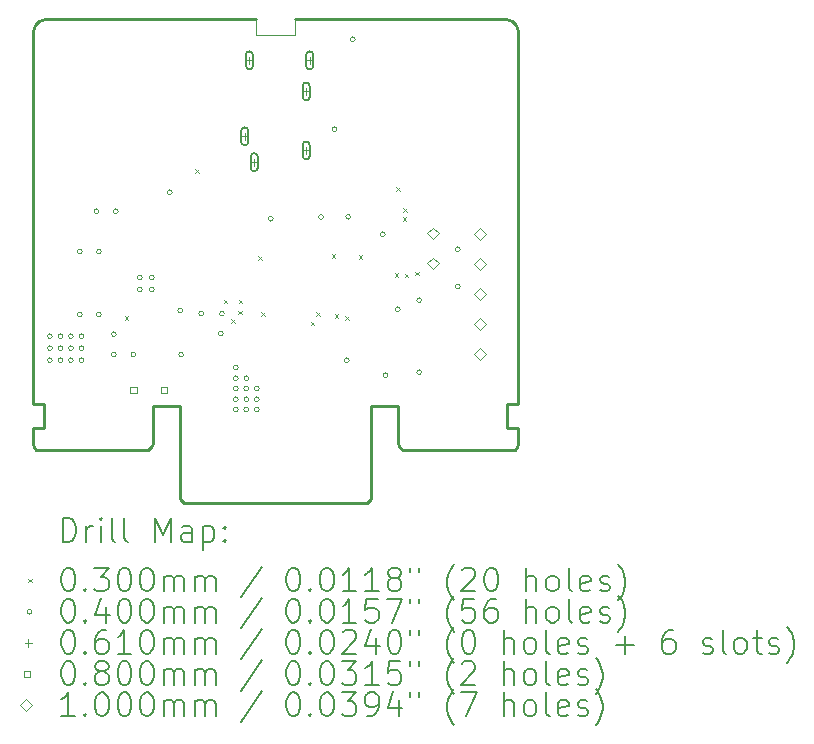
<source format=gbr>
%TF.GenerationSoftware,KiCad,Pcbnew,7.0.7*%
%TF.CreationDate,2024-03-29T16:46:14+10:30*%
%TF.ProjectId,hawk,6861776b-2e6b-4696-9361-645f70636258,1*%
%TF.SameCoordinates,Original*%
%TF.FileFunction,Drillmap*%
%TF.FilePolarity,Positive*%
%FSLAX45Y45*%
G04 Gerber Fmt 4.5, Leading zero omitted, Abs format (unit mm)*
G04 Created by KiCad (PCBNEW 7.0.7) date 2024-03-29 16:46:14*
%MOMM*%
%LPD*%
G01*
G04 APERTURE LIST*
%ADD10C,0.254000*%
%ADD11C,0.100000*%
%ADD12C,0.200000*%
%ADD13C,0.030000*%
%ADD14C,0.040000*%
%ADD15C,0.060960*%
%ADD16C,0.080000*%
G04 APERTURE END LIST*
D10*
X14697630Y-8187650D02*
X12914550Y-8187650D01*
X15943130Y-11832890D02*
X15967050Y-11837650D01*
X12821250Y-11812650D02*
X12839550Y-11830950D01*
X13819790Y-11799070D02*
X13824550Y-11775150D01*
D11*
X15027630Y-8187650D02*
X15027630Y-8324900D01*
D10*
X16914550Y-11447650D02*
X16824550Y-11447650D01*
X16864550Y-11837650D02*
X16889550Y-11830950D01*
X12843840Y-8216940D02*
X12827950Y-8237650D01*
X16907850Y-11812650D02*
X16914550Y-11787650D01*
X16911140Y-8261770D02*
X16901150Y-8237650D01*
X16864550Y-11837650D02*
X15967050Y-11837650D01*
X12827950Y-8237650D02*
X12817960Y-8261770D01*
X13785970Y-11832890D02*
X13806240Y-11819340D01*
X12817960Y-8261770D02*
X12814550Y-8287650D01*
X15922860Y-11819340D02*
X15943130Y-11832890D01*
X12839550Y-11830950D02*
X12864550Y-11837650D01*
X13806240Y-11819340D02*
X13819790Y-11799070D01*
X14053550Y-11462650D02*
X13825800Y-11462650D01*
X14071860Y-12269340D02*
X14092130Y-12282890D01*
X16864550Y-8201050D02*
X16840430Y-8191060D01*
X14092130Y-12282890D02*
X14116050Y-12287650D01*
X16824550Y-11447650D02*
X16824550Y-11647650D01*
X15657240Y-12269340D02*
X15670790Y-12249070D01*
X15613050Y-12287650D02*
X14116050Y-12287650D01*
X16889550Y-11830950D02*
X16907850Y-11812650D01*
X15670790Y-12249070D02*
X15675550Y-12225150D01*
X13762050Y-11837650D02*
X13785970Y-11832890D01*
X13762050Y-11837650D02*
X12864550Y-11837650D01*
X14058310Y-12249070D02*
X14071860Y-12269340D01*
X15904550Y-11462650D02*
X15904550Y-11775150D01*
X12864550Y-8201050D02*
X12843840Y-8216940D01*
X12914550Y-8187650D02*
X12888670Y-8191060D01*
X12904550Y-11647650D02*
X12814550Y-11647650D01*
X16914550Y-11647650D02*
X16824550Y-11647650D01*
X16814550Y-8187650D02*
X15027630Y-8187650D01*
X15613050Y-12287650D02*
X15636970Y-12282890D01*
X14053550Y-12225150D02*
X14058310Y-12249070D01*
X12904550Y-11447650D02*
X12904550Y-11647650D01*
X16840430Y-8191060D02*
X16814550Y-8187650D01*
X16885260Y-8216940D02*
X16864550Y-8201050D01*
X12888670Y-8191060D02*
X12864550Y-8201050D01*
X12814550Y-8287650D02*
X12814550Y-11447650D01*
D11*
X15027630Y-8324900D02*
X14697630Y-8324900D01*
D10*
X12814550Y-11787650D02*
X12821250Y-11812650D01*
D11*
X14697630Y-8324900D02*
X14697630Y-8187650D01*
D10*
X15636970Y-12282890D02*
X15657240Y-12269340D01*
X13825800Y-11462650D02*
X13824550Y-11775150D01*
X15904550Y-11462650D02*
X15675550Y-11462650D01*
X12904550Y-11447650D02*
X12814550Y-11447650D01*
X12814550Y-11647650D02*
X12814550Y-11787650D01*
X15675550Y-11462650D02*
X15675550Y-12225150D01*
X14053550Y-11462650D02*
X14053550Y-12225150D01*
X16914550Y-8287650D02*
X16911140Y-8261770D01*
X15909310Y-11799070D02*
X15922860Y-11819340D01*
X16914550Y-8287650D02*
X16914550Y-11447650D01*
X16914550Y-11647650D02*
X16914550Y-11787650D01*
X16901150Y-8237650D02*
X16885260Y-8216940D01*
X15904550Y-11775150D02*
X15909310Y-11799070D01*
D12*
D13*
X13586950Y-10703550D02*
X13616950Y-10733550D01*
X13616950Y-10703550D02*
X13586950Y-10733550D01*
X14183850Y-9458950D02*
X14213850Y-9488950D01*
X14213850Y-9458950D02*
X14183850Y-9488950D01*
X14425150Y-10563850D02*
X14455150Y-10593850D01*
X14455150Y-10563850D02*
X14425150Y-10593850D01*
X14488650Y-10728950D02*
X14518650Y-10758950D01*
X14518650Y-10728950D02*
X14488650Y-10758950D01*
X14550100Y-10655993D02*
X14580100Y-10685993D01*
X14580100Y-10655993D02*
X14550100Y-10685993D01*
X14552150Y-10563850D02*
X14582150Y-10593850D01*
X14582150Y-10563850D02*
X14552150Y-10593850D01*
X14717250Y-10195550D02*
X14747250Y-10225550D01*
X14747250Y-10195550D02*
X14717250Y-10225550D01*
X14745789Y-10668082D02*
X14775789Y-10698082D01*
X14775789Y-10668082D02*
X14745789Y-10698082D01*
X15161750Y-10747950D02*
X15191750Y-10777950D01*
X15191750Y-10747950D02*
X15161750Y-10777950D01*
X15210050Y-10667950D02*
X15240050Y-10697950D01*
X15240050Y-10667950D02*
X15210050Y-10697950D01*
X15340313Y-10177704D02*
X15370313Y-10207704D01*
X15370313Y-10177704D02*
X15340313Y-10207704D01*
X15368240Y-10686189D02*
X15398240Y-10716189D01*
X15398240Y-10686189D02*
X15368240Y-10716189D01*
X15453850Y-10703550D02*
X15483850Y-10733550D01*
X15483850Y-10703550D02*
X15453850Y-10733550D01*
X15568150Y-10187950D02*
X15598150Y-10217950D01*
X15598150Y-10187950D02*
X15568150Y-10217950D01*
X15874375Y-10336675D02*
X15904375Y-10366675D01*
X15904375Y-10336675D02*
X15874375Y-10366675D01*
X15885650Y-9611350D02*
X15915650Y-9641350D01*
X15915650Y-9611350D02*
X15885650Y-9641350D01*
X15943100Y-9865350D02*
X15973100Y-9895350D01*
X15973100Y-9865350D02*
X15943100Y-9895350D01*
X15946504Y-9786750D02*
X15976504Y-9816750D01*
X15976504Y-9786750D02*
X15946504Y-9816750D01*
X15958184Y-10344284D02*
X15988184Y-10374284D01*
X15988184Y-10344284D02*
X15958184Y-10374284D01*
X16046968Y-10325450D02*
X16076968Y-10355450D01*
X16076968Y-10325450D02*
X16046968Y-10355450D01*
D14*
X12974500Y-10870700D02*
G75*
G03*
X12974500Y-10870700I-20000J0D01*
G01*
X12974500Y-11073900D02*
G75*
G03*
X12974500Y-11073900I-20000J0D01*
G01*
X12975500Y-10972800D02*
G75*
G03*
X12975500Y-10972800I-20000J0D01*
G01*
X13063400Y-10870700D02*
G75*
G03*
X13063400Y-10870700I-20000J0D01*
G01*
X13063400Y-11073900D02*
G75*
G03*
X13063400Y-11073900I-20000J0D01*
G01*
X13064400Y-10972800D02*
G75*
G03*
X13064400Y-10972800I-20000J0D01*
G01*
X13152300Y-10870700D02*
G75*
G03*
X13152300Y-10870700I-20000J0D01*
G01*
X13152300Y-11073900D02*
G75*
G03*
X13152300Y-11073900I-20000J0D01*
G01*
X13153300Y-10972800D02*
G75*
G03*
X13153300Y-10972800I-20000J0D01*
G01*
X13228250Y-10155750D02*
G75*
G03*
X13228250Y-10155750I-20000J0D01*
G01*
X13228250Y-10687850D02*
G75*
G03*
X13228250Y-10687850I-20000J0D01*
G01*
X13241200Y-10870700D02*
G75*
G03*
X13241200Y-10870700I-20000J0D01*
G01*
X13241200Y-11073900D02*
G75*
G03*
X13241200Y-11073900I-20000J0D01*
G01*
X13242200Y-10972800D02*
G75*
G03*
X13242200Y-10972800I-20000J0D01*
G01*
X13367950Y-9812850D02*
G75*
G03*
X13367950Y-9812850I-20000J0D01*
G01*
X13389970Y-10155750D02*
G75*
G03*
X13389970Y-10155750I-20000J0D01*
G01*
X13389970Y-10687850D02*
G75*
G03*
X13389970Y-10687850I-20000J0D01*
G01*
X13516970Y-10854250D02*
G75*
G03*
X13516970Y-10854250I-20000J0D01*
G01*
X13516970Y-11026750D02*
G75*
G03*
X13516970Y-11026750I-20000J0D01*
G01*
X13533050Y-9812850D02*
G75*
G03*
X13533050Y-9812850I-20000J0D01*
G01*
X13682070Y-11026750D02*
G75*
G03*
X13682070Y-11026750I-20000J0D01*
G01*
X13736250Y-10375650D02*
G75*
G03*
X13736250Y-10375650I-20000J0D01*
G01*
X13736250Y-10477250D02*
G75*
G03*
X13736250Y-10477250I-20000J0D01*
G01*
X13837850Y-10375650D02*
G75*
G03*
X13837850Y-10375650I-20000J0D01*
G01*
X13837850Y-10477250D02*
G75*
G03*
X13837850Y-10477250I-20000J0D01*
G01*
X13990250Y-9651750D02*
G75*
G03*
X13990250Y-9651750I-20000J0D01*
G01*
X14078720Y-10655480D02*
G75*
G03*
X14078720Y-10655480I-20000J0D01*
G01*
X14085910Y-11027350D02*
G75*
G03*
X14085910Y-11027350I-20000J0D01*
G01*
X14256950Y-10680450D02*
G75*
G03*
X14256950Y-10680450I-20000J0D01*
G01*
X14422050Y-10849850D02*
G75*
G03*
X14422050Y-10849850I-20000J0D01*
G01*
X14432100Y-10680450D02*
G75*
G03*
X14432100Y-10680450I-20000J0D01*
G01*
X14549050Y-11137650D02*
G75*
G03*
X14549050Y-11137650I-20000J0D01*
G01*
X14549050Y-11226550D02*
G75*
G03*
X14549050Y-11226550I-20000J0D01*
G01*
X14549050Y-11315450D02*
G75*
G03*
X14549050Y-11315450I-20000J0D01*
G01*
X14549050Y-11404350D02*
G75*
G03*
X14549050Y-11404350I-20000J0D01*
G01*
X14549050Y-11493250D02*
G75*
G03*
X14549050Y-11493250I-20000J0D01*
G01*
X14637950Y-11226550D02*
G75*
G03*
X14637950Y-11226550I-20000J0D01*
G01*
X14637950Y-11315450D02*
G75*
G03*
X14637950Y-11315450I-20000J0D01*
G01*
X14637950Y-11404350D02*
G75*
G03*
X14637950Y-11404350I-20000J0D01*
G01*
X14637950Y-11493250D02*
G75*
G03*
X14637950Y-11493250I-20000J0D01*
G01*
X14726850Y-11315450D02*
G75*
G03*
X14726850Y-11315450I-20000J0D01*
G01*
X14726850Y-11404350D02*
G75*
G03*
X14726850Y-11404350I-20000J0D01*
G01*
X14726850Y-11493250D02*
G75*
G03*
X14726850Y-11493250I-20000J0D01*
G01*
X14845250Y-9877600D02*
G75*
G03*
X14845250Y-9877600I-20000J0D01*
G01*
X15270300Y-9862250D02*
G75*
G03*
X15270300Y-9862250I-20000J0D01*
G01*
X15385499Y-9118350D02*
G75*
G03*
X15385499Y-9118350I-20000J0D01*
G01*
X15488850Y-11074150D02*
G75*
G03*
X15488850Y-11074150I-20000J0D01*
G01*
X15500820Y-9861000D02*
G75*
G03*
X15500820Y-9861000I-20000J0D01*
G01*
X15539650Y-8356350D02*
G75*
G03*
X15539650Y-8356350I-20000J0D01*
G01*
X15793650Y-10007350D02*
G75*
G03*
X15793650Y-10007350I-20000J0D01*
G01*
X15816400Y-11201150D02*
G75*
G03*
X15816400Y-11201150I-20000J0D01*
G01*
X15920650Y-10642350D02*
G75*
G03*
X15920650Y-10642350I-20000J0D01*
G01*
X16101100Y-10566150D02*
G75*
G03*
X16101100Y-10566150I-20000J0D01*
G01*
X16101100Y-11175750D02*
G75*
G03*
X16101100Y-11175750I-20000J0D01*
G01*
X16428650Y-10134350D02*
G75*
G03*
X16428650Y-10134350I-20000J0D01*
G01*
X16428650Y-10451850D02*
G75*
G03*
X16428650Y-10451850I-20000J0D01*
G01*
D15*
X14604330Y-9148210D02*
X14604330Y-9209170D01*
X14573850Y-9178690D02*
X14634810Y-9178690D01*
D12*
X14634810Y-9224410D02*
X14634810Y-9132970D01*
X14634810Y-9132970D02*
G75*
G03*
X14573850Y-9132970I-30480J0D01*
G01*
X14573850Y-9132970D02*
X14573850Y-9224410D01*
X14573850Y-9224410D02*
G75*
G03*
X14634810Y-9224410I30480J0D01*
G01*
D15*
X14644330Y-8506045D02*
X14644330Y-8567005D01*
X14613850Y-8536525D02*
X14674810Y-8536525D01*
D12*
X14674810Y-8582245D02*
X14674810Y-8490805D01*
X14674810Y-8490805D02*
G75*
G03*
X14613850Y-8490805I-30480J0D01*
G01*
X14613850Y-8490805D02*
X14613850Y-8582245D01*
X14613850Y-8582245D02*
G75*
G03*
X14674810Y-8582245I30480J0D01*
G01*
D15*
X14684330Y-9368210D02*
X14684330Y-9429170D01*
X14653850Y-9398690D02*
X14714810Y-9398690D01*
D12*
X14714810Y-9444410D02*
X14714810Y-9352970D01*
X14714810Y-9352970D02*
G75*
G03*
X14653850Y-9352970I-30480J0D01*
G01*
X14653850Y-9352970D02*
X14653850Y-9444410D01*
X14653850Y-9444410D02*
G75*
G03*
X14714810Y-9444410I30480J0D01*
G01*
D15*
X15124330Y-8768210D02*
X15124330Y-8829170D01*
X15093850Y-8798690D02*
X15154810Y-8798690D01*
D12*
X15154810Y-8844410D02*
X15154810Y-8752970D01*
X15154810Y-8752970D02*
G75*
G03*
X15093850Y-8752970I-30480J0D01*
G01*
X15093850Y-8752970D02*
X15093850Y-8844410D01*
X15093850Y-8844410D02*
G75*
G03*
X15154810Y-8844410I30480J0D01*
G01*
D15*
X15124330Y-9268210D02*
X15124330Y-9329170D01*
X15093850Y-9298690D02*
X15154810Y-9298690D01*
D12*
X15154810Y-9344410D02*
X15154810Y-9252970D01*
X15154810Y-9252970D02*
G75*
G03*
X15093850Y-9252970I-30480J0D01*
G01*
X15093850Y-9252970D02*
X15093850Y-9344410D01*
X15093850Y-9344410D02*
G75*
G03*
X15154810Y-9344410I30480J0D01*
G01*
D15*
X15154330Y-8506045D02*
X15154330Y-8567005D01*
X15123850Y-8536525D02*
X15184810Y-8536525D01*
D12*
X15184810Y-8582245D02*
X15184810Y-8490805D01*
X15184810Y-8490805D02*
G75*
G03*
X15123850Y-8490805I-30480J0D01*
G01*
X15123850Y-8490805D02*
X15123850Y-8582245D01*
X15123850Y-8582245D02*
G75*
G03*
X15184810Y-8582245I30480J0D01*
G01*
D16*
X13690734Y-11356434D02*
X13690734Y-11299865D01*
X13634165Y-11299865D01*
X13634165Y-11356434D01*
X13690734Y-11356434D01*
X13950734Y-11356434D02*
X13950734Y-11299865D01*
X13894165Y-11299865D01*
X13894165Y-11356434D01*
X13950734Y-11356434D01*
D11*
X16202070Y-10051200D02*
X16252070Y-10001200D01*
X16202070Y-9951200D01*
X16152070Y-10001200D01*
X16202070Y-10051200D01*
X16202070Y-10305200D02*
X16252070Y-10255200D01*
X16202070Y-10205200D01*
X16152070Y-10255200D01*
X16202070Y-10305200D01*
X16599150Y-10056850D02*
X16649150Y-10006850D01*
X16599150Y-9956850D01*
X16549150Y-10006850D01*
X16599150Y-10056850D01*
X16599150Y-10310850D02*
X16649150Y-10260850D01*
X16599150Y-10210850D01*
X16549150Y-10260850D01*
X16599150Y-10310850D01*
X16599150Y-10564850D02*
X16649150Y-10514850D01*
X16599150Y-10464850D01*
X16549150Y-10514850D01*
X16599150Y-10564850D01*
X16599150Y-10818850D02*
X16649150Y-10768850D01*
X16599150Y-10718850D01*
X16549150Y-10768850D01*
X16599150Y-10818850D01*
X16599150Y-11072850D02*
X16649150Y-11022850D01*
X16599150Y-10972850D01*
X16549150Y-11022850D01*
X16599150Y-11072850D01*
D12*
X13062627Y-12611834D02*
X13062627Y-12411834D01*
X13062627Y-12411834D02*
X13110246Y-12411834D01*
X13110246Y-12411834D02*
X13138817Y-12421358D01*
X13138817Y-12421358D02*
X13157865Y-12440405D01*
X13157865Y-12440405D02*
X13167389Y-12459453D01*
X13167389Y-12459453D02*
X13176912Y-12497548D01*
X13176912Y-12497548D02*
X13176912Y-12526119D01*
X13176912Y-12526119D02*
X13167389Y-12564215D01*
X13167389Y-12564215D02*
X13157865Y-12583262D01*
X13157865Y-12583262D02*
X13138817Y-12602310D01*
X13138817Y-12602310D02*
X13110246Y-12611834D01*
X13110246Y-12611834D02*
X13062627Y-12611834D01*
X13262627Y-12611834D02*
X13262627Y-12478500D01*
X13262627Y-12516596D02*
X13272151Y-12497548D01*
X13272151Y-12497548D02*
X13281674Y-12488024D01*
X13281674Y-12488024D02*
X13300722Y-12478500D01*
X13300722Y-12478500D02*
X13319770Y-12478500D01*
X13386436Y-12611834D02*
X13386436Y-12478500D01*
X13386436Y-12411834D02*
X13376912Y-12421358D01*
X13376912Y-12421358D02*
X13386436Y-12430881D01*
X13386436Y-12430881D02*
X13395960Y-12421358D01*
X13395960Y-12421358D02*
X13386436Y-12411834D01*
X13386436Y-12411834D02*
X13386436Y-12430881D01*
X13510246Y-12611834D02*
X13491198Y-12602310D01*
X13491198Y-12602310D02*
X13481674Y-12583262D01*
X13481674Y-12583262D02*
X13481674Y-12411834D01*
X13615008Y-12611834D02*
X13595960Y-12602310D01*
X13595960Y-12602310D02*
X13586436Y-12583262D01*
X13586436Y-12583262D02*
X13586436Y-12411834D01*
X13843579Y-12611834D02*
X13843579Y-12411834D01*
X13843579Y-12411834D02*
X13910246Y-12554691D01*
X13910246Y-12554691D02*
X13976912Y-12411834D01*
X13976912Y-12411834D02*
X13976912Y-12611834D01*
X14157865Y-12611834D02*
X14157865Y-12507072D01*
X14157865Y-12507072D02*
X14148341Y-12488024D01*
X14148341Y-12488024D02*
X14129293Y-12478500D01*
X14129293Y-12478500D02*
X14091198Y-12478500D01*
X14091198Y-12478500D02*
X14072151Y-12488024D01*
X14157865Y-12602310D02*
X14138817Y-12611834D01*
X14138817Y-12611834D02*
X14091198Y-12611834D01*
X14091198Y-12611834D02*
X14072151Y-12602310D01*
X14072151Y-12602310D02*
X14062627Y-12583262D01*
X14062627Y-12583262D02*
X14062627Y-12564215D01*
X14062627Y-12564215D02*
X14072151Y-12545167D01*
X14072151Y-12545167D02*
X14091198Y-12535643D01*
X14091198Y-12535643D02*
X14138817Y-12535643D01*
X14138817Y-12535643D02*
X14157865Y-12526119D01*
X14253103Y-12478500D02*
X14253103Y-12678500D01*
X14253103Y-12488024D02*
X14272151Y-12478500D01*
X14272151Y-12478500D02*
X14310246Y-12478500D01*
X14310246Y-12478500D02*
X14329293Y-12488024D01*
X14329293Y-12488024D02*
X14338817Y-12497548D01*
X14338817Y-12497548D02*
X14348341Y-12516596D01*
X14348341Y-12516596D02*
X14348341Y-12573738D01*
X14348341Y-12573738D02*
X14338817Y-12592786D01*
X14338817Y-12592786D02*
X14329293Y-12602310D01*
X14329293Y-12602310D02*
X14310246Y-12611834D01*
X14310246Y-12611834D02*
X14272151Y-12611834D01*
X14272151Y-12611834D02*
X14253103Y-12602310D01*
X14434055Y-12592786D02*
X14443579Y-12602310D01*
X14443579Y-12602310D02*
X14434055Y-12611834D01*
X14434055Y-12611834D02*
X14424532Y-12602310D01*
X14424532Y-12602310D02*
X14434055Y-12592786D01*
X14434055Y-12592786D02*
X14434055Y-12611834D01*
X14434055Y-12488024D02*
X14443579Y-12497548D01*
X14443579Y-12497548D02*
X14434055Y-12507072D01*
X14434055Y-12507072D02*
X14424532Y-12497548D01*
X14424532Y-12497548D02*
X14434055Y-12488024D01*
X14434055Y-12488024D02*
X14434055Y-12507072D01*
D13*
X12771850Y-12925350D02*
X12801850Y-12955350D01*
X12801850Y-12925350D02*
X12771850Y-12955350D01*
D12*
X13100722Y-12831834D02*
X13119770Y-12831834D01*
X13119770Y-12831834D02*
X13138817Y-12841358D01*
X13138817Y-12841358D02*
X13148341Y-12850881D01*
X13148341Y-12850881D02*
X13157865Y-12869929D01*
X13157865Y-12869929D02*
X13167389Y-12908024D01*
X13167389Y-12908024D02*
X13167389Y-12955643D01*
X13167389Y-12955643D02*
X13157865Y-12993738D01*
X13157865Y-12993738D02*
X13148341Y-13012786D01*
X13148341Y-13012786D02*
X13138817Y-13022310D01*
X13138817Y-13022310D02*
X13119770Y-13031834D01*
X13119770Y-13031834D02*
X13100722Y-13031834D01*
X13100722Y-13031834D02*
X13081674Y-13022310D01*
X13081674Y-13022310D02*
X13072151Y-13012786D01*
X13072151Y-13012786D02*
X13062627Y-12993738D01*
X13062627Y-12993738D02*
X13053103Y-12955643D01*
X13053103Y-12955643D02*
X13053103Y-12908024D01*
X13053103Y-12908024D02*
X13062627Y-12869929D01*
X13062627Y-12869929D02*
X13072151Y-12850881D01*
X13072151Y-12850881D02*
X13081674Y-12841358D01*
X13081674Y-12841358D02*
X13100722Y-12831834D01*
X13253103Y-13012786D02*
X13262627Y-13022310D01*
X13262627Y-13022310D02*
X13253103Y-13031834D01*
X13253103Y-13031834D02*
X13243579Y-13022310D01*
X13243579Y-13022310D02*
X13253103Y-13012786D01*
X13253103Y-13012786D02*
X13253103Y-13031834D01*
X13329293Y-12831834D02*
X13453103Y-12831834D01*
X13453103Y-12831834D02*
X13386436Y-12908024D01*
X13386436Y-12908024D02*
X13415008Y-12908024D01*
X13415008Y-12908024D02*
X13434055Y-12917548D01*
X13434055Y-12917548D02*
X13443579Y-12927072D01*
X13443579Y-12927072D02*
X13453103Y-12946119D01*
X13453103Y-12946119D02*
X13453103Y-12993738D01*
X13453103Y-12993738D02*
X13443579Y-13012786D01*
X13443579Y-13012786D02*
X13434055Y-13022310D01*
X13434055Y-13022310D02*
X13415008Y-13031834D01*
X13415008Y-13031834D02*
X13357865Y-13031834D01*
X13357865Y-13031834D02*
X13338817Y-13022310D01*
X13338817Y-13022310D02*
X13329293Y-13012786D01*
X13576912Y-12831834D02*
X13595960Y-12831834D01*
X13595960Y-12831834D02*
X13615008Y-12841358D01*
X13615008Y-12841358D02*
X13624532Y-12850881D01*
X13624532Y-12850881D02*
X13634055Y-12869929D01*
X13634055Y-12869929D02*
X13643579Y-12908024D01*
X13643579Y-12908024D02*
X13643579Y-12955643D01*
X13643579Y-12955643D02*
X13634055Y-12993738D01*
X13634055Y-12993738D02*
X13624532Y-13012786D01*
X13624532Y-13012786D02*
X13615008Y-13022310D01*
X13615008Y-13022310D02*
X13595960Y-13031834D01*
X13595960Y-13031834D02*
X13576912Y-13031834D01*
X13576912Y-13031834D02*
X13557865Y-13022310D01*
X13557865Y-13022310D02*
X13548341Y-13012786D01*
X13548341Y-13012786D02*
X13538817Y-12993738D01*
X13538817Y-12993738D02*
X13529293Y-12955643D01*
X13529293Y-12955643D02*
X13529293Y-12908024D01*
X13529293Y-12908024D02*
X13538817Y-12869929D01*
X13538817Y-12869929D02*
X13548341Y-12850881D01*
X13548341Y-12850881D02*
X13557865Y-12841358D01*
X13557865Y-12841358D02*
X13576912Y-12831834D01*
X13767389Y-12831834D02*
X13786436Y-12831834D01*
X13786436Y-12831834D02*
X13805484Y-12841358D01*
X13805484Y-12841358D02*
X13815008Y-12850881D01*
X13815008Y-12850881D02*
X13824532Y-12869929D01*
X13824532Y-12869929D02*
X13834055Y-12908024D01*
X13834055Y-12908024D02*
X13834055Y-12955643D01*
X13834055Y-12955643D02*
X13824532Y-12993738D01*
X13824532Y-12993738D02*
X13815008Y-13012786D01*
X13815008Y-13012786D02*
X13805484Y-13022310D01*
X13805484Y-13022310D02*
X13786436Y-13031834D01*
X13786436Y-13031834D02*
X13767389Y-13031834D01*
X13767389Y-13031834D02*
X13748341Y-13022310D01*
X13748341Y-13022310D02*
X13738817Y-13012786D01*
X13738817Y-13012786D02*
X13729293Y-12993738D01*
X13729293Y-12993738D02*
X13719770Y-12955643D01*
X13719770Y-12955643D02*
X13719770Y-12908024D01*
X13719770Y-12908024D02*
X13729293Y-12869929D01*
X13729293Y-12869929D02*
X13738817Y-12850881D01*
X13738817Y-12850881D02*
X13748341Y-12841358D01*
X13748341Y-12841358D02*
X13767389Y-12831834D01*
X13919770Y-13031834D02*
X13919770Y-12898500D01*
X13919770Y-12917548D02*
X13929293Y-12908024D01*
X13929293Y-12908024D02*
X13948341Y-12898500D01*
X13948341Y-12898500D02*
X13976913Y-12898500D01*
X13976913Y-12898500D02*
X13995960Y-12908024D01*
X13995960Y-12908024D02*
X14005484Y-12927072D01*
X14005484Y-12927072D02*
X14005484Y-13031834D01*
X14005484Y-12927072D02*
X14015008Y-12908024D01*
X14015008Y-12908024D02*
X14034055Y-12898500D01*
X14034055Y-12898500D02*
X14062627Y-12898500D01*
X14062627Y-12898500D02*
X14081674Y-12908024D01*
X14081674Y-12908024D02*
X14091198Y-12927072D01*
X14091198Y-12927072D02*
X14091198Y-13031834D01*
X14186436Y-13031834D02*
X14186436Y-12898500D01*
X14186436Y-12917548D02*
X14195960Y-12908024D01*
X14195960Y-12908024D02*
X14215008Y-12898500D01*
X14215008Y-12898500D02*
X14243579Y-12898500D01*
X14243579Y-12898500D02*
X14262627Y-12908024D01*
X14262627Y-12908024D02*
X14272151Y-12927072D01*
X14272151Y-12927072D02*
X14272151Y-13031834D01*
X14272151Y-12927072D02*
X14281674Y-12908024D01*
X14281674Y-12908024D02*
X14300722Y-12898500D01*
X14300722Y-12898500D02*
X14329293Y-12898500D01*
X14329293Y-12898500D02*
X14348341Y-12908024D01*
X14348341Y-12908024D02*
X14357865Y-12927072D01*
X14357865Y-12927072D02*
X14357865Y-13031834D01*
X14748341Y-12822310D02*
X14576913Y-13079453D01*
X15005484Y-12831834D02*
X15024532Y-12831834D01*
X15024532Y-12831834D02*
X15043579Y-12841358D01*
X15043579Y-12841358D02*
X15053103Y-12850881D01*
X15053103Y-12850881D02*
X15062627Y-12869929D01*
X15062627Y-12869929D02*
X15072151Y-12908024D01*
X15072151Y-12908024D02*
X15072151Y-12955643D01*
X15072151Y-12955643D02*
X15062627Y-12993738D01*
X15062627Y-12993738D02*
X15053103Y-13012786D01*
X15053103Y-13012786D02*
X15043579Y-13022310D01*
X15043579Y-13022310D02*
X15024532Y-13031834D01*
X15024532Y-13031834D02*
X15005484Y-13031834D01*
X15005484Y-13031834D02*
X14986436Y-13022310D01*
X14986436Y-13022310D02*
X14976913Y-13012786D01*
X14976913Y-13012786D02*
X14967389Y-12993738D01*
X14967389Y-12993738D02*
X14957865Y-12955643D01*
X14957865Y-12955643D02*
X14957865Y-12908024D01*
X14957865Y-12908024D02*
X14967389Y-12869929D01*
X14967389Y-12869929D02*
X14976913Y-12850881D01*
X14976913Y-12850881D02*
X14986436Y-12841358D01*
X14986436Y-12841358D02*
X15005484Y-12831834D01*
X15157865Y-13012786D02*
X15167389Y-13022310D01*
X15167389Y-13022310D02*
X15157865Y-13031834D01*
X15157865Y-13031834D02*
X15148341Y-13022310D01*
X15148341Y-13022310D02*
X15157865Y-13012786D01*
X15157865Y-13012786D02*
X15157865Y-13031834D01*
X15291198Y-12831834D02*
X15310246Y-12831834D01*
X15310246Y-12831834D02*
X15329294Y-12841358D01*
X15329294Y-12841358D02*
X15338817Y-12850881D01*
X15338817Y-12850881D02*
X15348341Y-12869929D01*
X15348341Y-12869929D02*
X15357865Y-12908024D01*
X15357865Y-12908024D02*
X15357865Y-12955643D01*
X15357865Y-12955643D02*
X15348341Y-12993738D01*
X15348341Y-12993738D02*
X15338817Y-13012786D01*
X15338817Y-13012786D02*
X15329294Y-13022310D01*
X15329294Y-13022310D02*
X15310246Y-13031834D01*
X15310246Y-13031834D02*
X15291198Y-13031834D01*
X15291198Y-13031834D02*
X15272151Y-13022310D01*
X15272151Y-13022310D02*
X15262627Y-13012786D01*
X15262627Y-13012786D02*
X15253103Y-12993738D01*
X15253103Y-12993738D02*
X15243579Y-12955643D01*
X15243579Y-12955643D02*
X15243579Y-12908024D01*
X15243579Y-12908024D02*
X15253103Y-12869929D01*
X15253103Y-12869929D02*
X15262627Y-12850881D01*
X15262627Y-12850881D02*
X15272151Y-12841358D01*
X15272151Y-12841358D02*
X15291198Y-12831834D01*
X15548341Y-13031834D02*
X15434056Y-13031834D01*
X15491198Y-13031834D02*
X15491198Y-12831834D01*
X15491198Y-12831834D02*
X15472151Y-12860405D01*
X15472151Y-12860405D02*
X15453103Y-12879453D01*
X15453103Y-12879453D02*
X15434056Y-12888977D01*
X15738817Y-13031834D02*
X15624532Y-13031834D01*
X15681675Y-13031834D02*
X15681675Y-12831834D01*
X15681675Y-12831834D02*
X15662627Y-12860405D01*
X15662627Y-12860405D02*
X15643579Y-12879453D01*
X15643579Y-12879453D02*
X15624532Y-12888977D01*
X15853103Y-12917548D02*
X15834056Y-12908024D01*
X15834056Y-12908024D02*
X15824532Y-12898500D01*
X15824532Y-12898500D02*
X15815008Y-12879453D01*
X15815008Y-12879453D02*
X15815008Y-12869929D01*
X15815008Y-12869929D02*
X15824532Y-12850881D01*
X15824532Y-12850881D02*
X15834056Y-12841358D01*
X15834056Y-12841358D02*
X15853103Y-12831834D01*
X15853103Y-12831834D02*
X15891198Y-12831834D01*
X15891198Y-12831834D02*
X15910246Y-12841358D01*
X15910246Y-12841358D02*
X15919770Y-12850881D01*
X15919770Y-12850881D02*
X15929294Y-12869929D01*
X15929294Y-12869929D02*
X15929294Y-12879453D01*
X15929294Y-12879453D02*
X15919770Y-12898500D01*
X15919770Y-12898500D02*
X15910246Y-12908024D01*
X15910246Y-12908024D02*
X15891198Y-12917548D01*
X15891198Y-12917548D02*
X15853103Y-12917548D01*
X15853103Y-12917548D02*
X15834056Y-12927072D01*
X15834056Y-12927072D02*
X15824532Y-12936596D01*
X15824532Y-12936596D02*
X15815008Y-12955643D01*
X15815008Y-12955643D02*
X15815008Y-12993738D01*
X15815008Y-12993738D02*
X15824532Y-13012786D01*
X15824532Y-13012786D02*
X15834056Y-13022310D01*
X15834056Y-13022310D02*
X15853103Y-13031834D01*
X15853103Y-13031834D02*
X15891198Y-13031834D01*
X15891198Y-13031834D02*
X15910246Y-13022310D01*
X15910246Y-13022310D02*
X15919770Y-13012786D01*
X15919770Y-13012786D02*
X15929294Y-12993738D01*
X15929294Y-12993738D02*
X15929294Y-12955643D01*
X15929294Y-12955643D02*
X15919770Y-12936596D01*
X15919770Y-12936596D02*
X15910246Y-12927072D01*
X15910246Y-12927072D02*
X15891198Y-12917548D01*
X16005484Y-12831834D02*
X16005484Y-12869929D01*
X16081675Y-12831834D02*
X16081675Y-12869929D01*
X16376913Y-13108024D02*
X16367389Y-13098500D01*
X16367389Y-13098500D02*
X16348341Y-13069929D01*
X16348341Y-13069929D02*
X16338818Y-13050881D01*
X16338818Y-13050881D02*
X16329294Y-13022310D01*
X16329294Y-13022310D02*
X16319770Y-12974691D01*
X16319770Y-12974691D02*
X16319770Y-12936596D01*
X16319770Y-12936596D02*
X16329294Y-12888977D01*
X16329294Y-12888977D02*
X16338818Y-12860405D01*
X16338818Y-12860405D02*
X16348341Y-12841358D01*
X16348341Y-12841358D02*
X16367389Y-12812786D01*
X16367389Y-12812786D02*
X16376913Y-12803262D01*
X16443579Y-12850881D02*
X16453103Y-12841358D01*
X16453103Y-12841358D02*
X16472151Y-12831834D01*
X16472151Y-12831834D02*
X16519770Y-12831834D01*
X16519770Y-12831834D02*
X16538818Y-12841358D01*
X16538818Y-12841358D02*
X16548341Y-12850881D01*
X16548341Y-12850881D02*
X16557865Y-12869929D01*
X16557865Y-12869929D02*
X16557865Y-12888977D01*
X16557865Y-12888977D02*
X16548341Y-12917548D01*
X16548341Y-12917548D02*
X16434056Y-13031834D01*
X16434056Y-13031834D02*
X16557865Y-13031834D01*
X16681675Y-12831834D02*
X16700722Y-12831834D01*
X16700722Y-12831834D02*
X16719770Y-12841358D01*
X16719770Y-12841358D02*
X16729294Y-12850881D01*
X16729294Y-12850881D02*
X16738818Y-12869929D01*
X16738818Y-12869929D02*
X16748341Y-12908024D01*
X16748341Y-12908024D02*
X16748341Y-12955643D01*
X16748341Y-12955643D02*
X16738818Y-12993738D01*
X16738818Y-12993738D02*
X16729294Y-13012786D01*
X16729294Y-13012786D02*
X16719770Y-13022310D01*
X16719770Y-13022310D02*
X16700722Y-13031834D01*
X16700722Y-13031834D02*
X16681675Y-13031834D01*
X16681675Y-13031834D02*
X16662627Y-13022310D01*
X16662627Y-13022310D02*
X16653103Y-13012786D01*
X16653103Y-13012786D02*
X16643579Y-12993738D01*
X16643579Y-12993738D02*
X16634056Y-12955643D01*
X16634056Y-12955643D02*
X16634056Y-12908024D01*
X16634056Y-12908024D02*
X16643579Y-12869929D01*
X16643579Y-12869929D02*
X16653103Y-12850881D01*
X16653103Y-12850881D02*
X16662627Y-12841358D01*
X16662627Y-12841358D02*
X16681675Y-12831834D01*
X16986437Y-13031834D02*
X16986437Y-12831834D01*
X17072151Y-13031834D02*
X17072151Y-12927072D01*
X17072151Y-12927072D02*
X17062627Y-12908024D01*
X17062627Y-12908024D02*
X17043580Y-12898500D01*
X17043580Y-12898500D02*
X17015008Y-12898500D01*
X17015008Y-12898500D02*
X16995961Y-12908024D01*
X16995961Y-12908024D02*
X16986437Y-12917548D01*
X17195961Y-13031834D02*
X17176913Y-13022310D01*
X17176913Y-13022310D02*
X17167389Y-13012786D01*
X17167389Y-13012786D02*
X17157865Y-12993738D01*
X17157865Y-12993738D02*
X17157865Y-12936596D01*
X17157865Y-12936596D02*
X17167389Y-12917548D01*
X17167389Y-12917548D02*
X17176913Y-12908024D01*
X17176913Y-12908024D02*
X17195961Y-12898500D01*
X17195961Y-12898500D02*
X17224532Y-12898500D01*
X17224532Y-12898500D02*
X17243580Y-12908024D01*
X17243580Y-12908024D02*
X17253103Y-12917548D01*
X17253103Y-12917548D02*
X17262627Y-12936596D01*
X17262627Y-12936596D02*
X17262627Y-12993738D01*
X17262627Y-12993738D02*
X17253103Y-13012786D01*
X17253103Y-13012786D02*
X17243580Y-13022310D01*
X17243580Y-13022310D02*
X17224532Y-13031834D01*
X17224532Y-13031834D02*
X17195961Y-13031834D01*
X17376913Y-13031834D02*
X17357865Y-13022310D01*
X17357865Y-13022310D02*
X17348342Y-13003262D01*
X17348342Y-13003262D02*
X17348342Y-12831834D01*
X17529294Y-13022310D02*
X17510246Y-13031834D01*
X17510246Y-13031834D02*
X17472151Y-13031834D01*
X17472151Y-13031834D02*
X17453103Y-13022310D01*
X17453103Y-13022310D02*
X17443580Y-13003262D01*
X17443580Y-13003262D02*
X17443580Y-12927072D01*
X17443580Y-12927072D02*
X17453103Y-12908024D01*
X17453103Y-12908024D02*
X17472151Y-12898500D01*
X17472151Y-12898500D02*
X17510246Y-12898500D01*
X17510246Y-12898500D02*
X17529294Y-12908024D01*
X17529294Y-12908024D02*
X17538818Y-12927072D01*
X17538818Y-12927072D02*
X17538818Y-12946119D01*
X17538818Y-12946119D02*
X17443580Y-12965167D01*
X17615008Y-13022310D02*
X17634056Y-13031834D01*
X17634056Y-13031834D02*
X17672151Y-13031834D01*
X17672151Y-13031834D02*
X17691199Y-13022310D01*
X17691199Y-13022310D02*
X17700723Y-13003262D01*
X17700723Y-13003262D02*
X17700723Y-12993738D01*
X17700723Y-12993738D02*
X17691199Y-12974691D01*
X17691199Y-12974691D02*
X17672151Y-12965167D01*
X17672151Y-12965167D02*
X17643580Y-12965167D01*
X17643580Y-12965167D02*
X17624532Y-12955643D01*
X17624532Y-12955643D02*
X17615008Y-12936596D01*
X17615008Y-12936596D02*
X17615008Y-12927072D01*
X17615008Y-12927072D02*
X17624532Y-12908024D01*
X17624532Y-12908024D02*
X17643580Y-12898500D01*
X17643580Y-12898500D02*
X17672151Y-12898500D01*
X17672151Y-12898500D02*
X17691199Y-12908024D01*
X17767389Y-13108024D02*
X17776913Y-13098500D01*
X17776913Y-13098500D02*
X17795961Y-13069929D01*
X17795961Y-13069929D02*
X17805484Y-13050881D01*
X17805484Y-13050881D02*
X17815008Y-13022310D01*
X17815008Y-13022310D02*
X17824532Y-12974691D01*
X17824532Y-12974691D02*
X17824532Y-12936596D01*
X17824532Y-12936596D02*
X17815008Y-12888977D01*
X17815008Y-12888977D02*
X17805484Y-12860405D01*
X17805484Y-12860405D02*
X17795961Y-12841358D01*
X17795961Y-12841358D02*
X17776913Y-12812786D01*
X17776913Y-12812786D02*
X17767389Y-12803262D01*
D14*
X12801850Y-13204350D02*
G75*
G03*
X12801850Y-13204350I-20000J0D01*
G01*
D12*
X13100722Y-13095834D02*
X13119770Y-13095834D01*
X13119770Y-13095834D02*
X13138817Y-13105358D01*
X13138817Y-13105358D02*
X13148341Y-13114881D01*
X13148341Y-13114881D02*
X13157865Y-13133929D01*
X13157865Y-13133929D02*
X13167389Y-13172024D01*
X13167389Y-13172024D02*
X13167389Y-13219643D01*
X13167389Y-13219643D02*
X13157865Y-13257738D01*
X13157865Y-13257738D02*
X13148341Y-13276786D01*
X13148341Y-13276786D02*
X13138817Y-13286310D01*
X13138817Y-13286310D02*
X13119770Y-13295834D01*
X13119770Y-13295834D02*
X13100722Y-13295834D01*
X13100722Y-13295834D02*
X13081674Y-13286310D01*
X13081674Y-13286310D02*
X13072151Y-13276786D01*
X13072151Y-13276786D02*
X13062627Y-13257738D01*
X13062627Y-13257738D02*
X13053103Y-13219643D01*
X13053103Y-13219643D02*
X13053103Y-13172024D01*
X13053103Y-13172024D02*
X13062627Y-13133929D01*
X13062627Y-13133929D02*
X13072151Y-13114881D01*
X13072151Y-13114881D02*
X13081674Y-13105358D01*
X13081674Y-13105358D02*
X13100722Y-13095834D01*
X13253103Y-13276786D02*
X13262627Y-13286310D01*
X13262627Y-13286310D02*
X13253103Y-13295834D01*
X13253103Y-13295834D02*
X13243579Y-13286310D01*
X13243579Y-13286310D02*
X13253103Y-13276786D01*
X13253103Y-13276786D02*
X13253103Y-13295834D01*
X13434055Y-13162500D02*
X13434055Y-13295834D01*
X13386436Y-13086310D02*
X13338817Y-13229167D01*
X13338817Y-13229167D02*
X13462627Y-13229167D01*
X13576912Y-13095834D02*
X13595960Y-13095834D01*
X13595960Y-13095834D02*
X13615008Y-13105358D01*
X13615008Y-13105358D02*
X13624532Y-13114881D01*
X13624532Y-13114881D02*
X13634055Y-13133929D01*
X13634055Y-13133929D02*
X13643579Y-13172024D01*
X13643579Y-13172024D02*
X13643579Y-13219643D01*
X13643579Y-13219643D02*
X13634055Y-13257738D01*
X13634055Y-13257738D02*
X13624532Y-13276786D01*
X13624532Y-13276786D02*
X13615008Y-13286310D01*
X13615008Y-13286310D02*
X13595960Y-13295834D01*
X13595960Y-13295834D02*
X13576912Y-13295834D01*
X13576912Y-13295834D02*
X13557865Y-13286310D01*
X13557865Y-13286310D02*
X13548341Y-13276786D01*
X13548341Y-13276786D02*
X13538817Y-13257738D01*
X13538817Y-13257738D02*
X13529293Y-13219643D01*
X13529293Y-13219643D02*
X13529293Y-13172024D01*
X13529293Y-13172024D02*
X13538817Y-13133929D01*
X13538817Y-13133929D02*
X13548341Y-13114881D01*
X13548341Y-13114881D02*
X13557865Y-13105358D01*
X13557865Y-13105358D02*
X13576912Y-13095834D01*
X13767389Y-13095834D02*
X13786436Y-13095834D01*
X13786436Y-13095834D02*
X13805484Y-13105358D01*
X13805484Y-13105358D02*
X13815008Y-13114881D01*
X13815008Y-13114881D02*
X13824532Y-13133929D01*
X13824532Y-13133929D02*
X13834055Y-13172024D01*
X13834055Y-13172024D02*
X13834055Y-13219643D01*
X13834055Y-13219643D02*
X13824532Y-13257738D01*
X13824532Y-13257738D02*
X13815008Y-13276786D01*
X13815008Y-13276786D02*
X13805484Y-13286310D01*
X13805484Y-13286310D02*
X13786436Y-13295834D01*
X13786436Y-13295834D02*
X13767389Y-13295834D01*
X13767389Y-13295834D02*
X13748341Y-13286310D01*
X13748341Y-13286310D02*
X13738817Y-13276786D01*
X13738817Y-13276786D02*
X13729293Y-13257738D01*
X13729293Y-13257738D02*
X13719770Y-13219643D01*
X13719770Y-13219643D02*
X13719770Y-13172024D01*
X13719770Y-13172024D02*
X13729293Y-13133929D01*
X13729293Y-13133929D02*
X13738817Y-13114881D01*
X13738817Y-13114881D02*
X13748341Y-13105358D01*
X13748341Y-13105358D02*
X13767389Y-13095834D01*
X13919770Y-13295834D02*
X13919770Y-13162500D01*
X13919770Y-13181548D02*
X13929293Y-13172024D01*
X13929293Y-13172024D02*
X13948341Y-13162500D01*
X13948341Y-13162500D02*
X13976913Y-13162500D01*
X13976913Y-13162500D02*
X13995960Y-13172024D01*
X13995960Y-13172024D02*
X14005484Y-13191072D01*
X14005484Y-13191072D02*
X14005484Y-13295834D01*
X14005484Y-13191072D02*
X14015008Y-13172024D01*
X14015008Y-13172024D02*
X14034055Y-13162500D01*
X14034055Y-13162500D02*
X14062627Y-13162500D01*
X14062627Y-13162500D02*
X14081674Y-13172024D01*
X14081674Y-13172024D02*
X14091198Y-13191072D01*
X14091198Y-13191072D02*
X14091198Y-13295834D01*
X14186436Y-13295834D02*
X14186436Y-13162500D01*
X14186436Y-13181548D02*
X14195960Y-13172024D01*
X14195960Y-13172024D02*
X14215008Y-13162500D01*
X14215008Y-13162500D02*
X14243579Y-13162500D01*
X14243579Y-13162500D02*
X14262627Y-13172024D01*
X14262627Y-13172024D02*
X14272151Y-13191072D01*
X14272151Y-13191072D02*
X14272151Y-13295834D01*
X14272151Y-13191072D02*
X14281674Y-13172024D01*
X14281674Y-13172024D02*
X14300722Y-13162500D01*
X14300722Y-13162500D02*
X14329293Y-13162500D01*
X14329293Y-13162500D02*
X14348341Y-13172024D01*
X14348341Y-13172024D02*
X14357865Y-13191072D01*
X14357865Y-13191072D02*
X14357865Y-13295834D01*
X14748341Y-13086310D02*
X14576913Y-13343453D01*
X15005484Y-13095834D02*
X15024532Y-13095834D01*
X15024532Y-13095834D02*
X15043579Y-13105358D01*
X15043579Y-13105358D02*
X15053103Y-13114881D01*
X15053103Y-13114881D02*
X15062627Y-13133929D01*
X15062627Y-13133929D02*
X15072151Y-13172024D01*
X15072151Y-13172024D02*
X15072151Y-13219643D01*
X15072151Y-13219643D02*
X15062627Y-13257738D01*
X15062627Y-13257738D02*
X15053103Y-13276786D01*
X15053103Y-13276786D02*
X15043579Y-13286310D01*
X15043579Y-13286310D02*
X15024532Y-13295834D01*
X15024532Y-13295834D02*
X15005484Y-13295834D01*
X15005484Y-13295834D02*
X14986436Y-13286310D01*
X14986436Y-13286310D02*
X14976913Y-13276786D01*
X14976913Y-13276786D02*
X14967389Y-13257738D01*
X14967389Y-13257738D02*
X14957865Y-13219643D01*
X14957865Y-13219643D02*
X14957865Y-13172024D01*
X14957865Y-13172024D02*
X14967389Y-13133929D01*
X14967389Y-13133929D02*
X14976913Y-13114881D01*
X14976913Y-13114881D02*
X14986436Y-13105358D01*
X14986436Y-13105358D02*
X15005484Y-13095834D01*
X15157865Y-13276786D02*
X15167389Y-13286310D01*
X15167389Y-13286310D02*
X15157865Y-13295834D01*
X15157865Y-13295834D02*
X15148341Y-13286310D01*
X15148341Y-13286310D02*
X15157865Y-13276786D01*
X15157865Y-13276786D02*
X15157865Y-13295834D01*
X15291198Y-13095834D02*
X15310246Y-13095834D01*
X15310246Y-13095834D02*
X15329294Y-13105358D01*
X15329294Y-13105358D02*
X15338817Y-13114881D01*
X15338817Y-13114881D02*
X15348341Y-13133929D01*
X15348341Y-13133929D02*
X15357865Y-13172024D01*
X15357865Y-13172024D02*
X15357865Y-13219643D01*
X15357865Y-13219643D02*
X15348341Y-13257738D01*
X15348341Y-13257738D02*
X15338817Y-13276786D01*
X15338817Y-13276786D02*
X15329294Y-13286310D01*
X15329294Y-13286310D02*
X15310246Y-13295834D01*
X15310246Y-13295834D02*
X15291198Y-13295834D01*
X15291198Y-13295834D02*
X15272151Y-13286310D01*
X15272151Y-13286310D02*
X15262627Y-13276786D01*
X15262627Y-13276786D02*
X15253103Y-13257738D01*
X15253103Y-13257738D02*
X15243579Y-13219643D01*
X15243579Y-13219643D02*
X15243579Y-13172024D01*
X15243579Y-13172024D02*
X15253103Y-13133929D01*
X15253103Y-13133929D02*
X15262627Y-13114881D01*
X15262627Y-13114881D02*
X15272151Y-13105358D01*
X15272151Y-13105358D02*
X15291198Y-13095834D01*
X15548341Y-13295834D02*
X15434056Y-13295834D01*
X15491198Y-13295834D02*
X15491198Y-13095834D01*
X15491198Y-13095834D02*
X15472151Y-13124405D01*
X15472151Y-13124405D02*
X15453103Y-13143453D01*
X15453103Y-13143453D02*
X15434056Y-13152977D01*
X15729294Y-13095834D02*
X15634056Y-13095834D01*
X15634056Y-13095834D02*
X15624532Y-13191072D01*
X15624532Y-13191072D02*
X15634056Y-13181548D01*
X15634056Y-13181548D02*
X15653103Y-13172024D01*
X15653103Y-13172024D02*
X15700722Y-13172024D01*
X15700722Y-13172024D02*
X15719770Y-13181548D01*
X15719770Y-13181548D02*
X15729294Y-13191072D01*
X15729294Y-13191072D02*
X15738817Y-13210119D01*
X15738817Y-13210119D02*
X15738817Y-13257738D01*
X15738817Y-13257738D02*
X15729294Y-13276786D01*
X15729294Y-13276786D02*
X15719770Y-13286310D01*
X15719770Y-13286310D02*
X15700722Y-13295834D01*
X15700722Y-13295834D02*
X15653103Y-13295834D01*
X15653103Y-13295834D02*
X15634056Y-13286310D01*
X15634056Y-13286310D02*
X15624532Y-13276786D01*
X15805484Y-13095834D02*
X15938817Y-13095834D01*
X15938817Y-13095834D02*
X15853103Y-13295834D01*
X16005484Y-13095834D02*
X16005484Y-13133929D01*
X16081675Y-13095834D02*
X16081675Y-13133929D01*
X16376913Y-13372024D02*
X16367389Y-13362500D01*
X16367389Y-13362500D02*
X16348341Y-13333929D01*
X16348341Y-13333929D02*
X16338818Y-13314881D01*
X16338818Y-13314881D02*
X16329294Y-13286310D01*
X16329294Y-13286310D02*
X16319770Y-13238691D01*
X16319770Y-13238691D02*
X16319770Y-13200596D01*
X16319770Y-13200596D02*
X16329294Y-13152977D01*
X16329294Y-13152977D02*
X16338818Y-13124405D01*
X16338818Y-13124405D02*
X16348341Y-13105358D01*
X16348341Y-13105358D02*
X16367389Y-13076786D01*
X16367389Y-13076786D02*
X16376913Y-13067262D01*
X16548341Y-13095834D02*
X16453103Y-13095834D01*
X16453103Y-13095834D02*
X16443579Y-13191072D01*
X16443579Y-13191072D02*
X16453103Y-13181548D01*
X16453103Y-13181548D02*
X16472151Y-13172024D01*
X16472151Y-13172024D02*
X16519770Y-13172024D01*
X16519770Y-13172024D02*
X16538818Y-13181548D01*
X16538818Y-13181548D02*
X16548341Y-13191072D01*
X16548341Y-13191072D02*
X16557865Y-13210119D01*
X16557865Y-13210119D02*
X16557865Y-13257738D01*
X16557865Y-13257738D02*
X16548341Y-13276786D01*
X16548341Y-13276786D02*
X16538818Y-13286310D01*
X16538818Y-13286310D02*
X16519770Y-13295834D01*
X16519770Y-13295834D02*
X16472151Y-13295834D01*
X16472151Y-13295834D02*
X16453103Y-13286310D01*
X16453103Y-13286310D02*
X16443579Y-13276786D01*
X16729294Y-13095834D02*
X16691198Y-13095834D01*
X16691198Y-13095834D02*
X16672151Y-13105358D01*
X16672151Y-13105358D02*
X16662627Y-13114881D01*
X16662627Y-13114881D02*
X16643579Y-13143453D01*
X16643579Y-13143453D02*
X16634056Y-13181548D01*
X16634056Y-13181548D02*
X16634056Y-13257738D01*
X16634056Y-13257738D02*
X16643579Y-13276786D01*
X16643579Y-13276786D02*
X16653103Y-13286310D01*
X16653103Y-13286310D02*
X16672151Y-13295834D01*
X16672151Y-13295834D02*
X16710246Y-13295834D01*
X16710246Y-13295834D02*
X16729294Y-13286310D01*
X16729294Y-13286310D02*
X16738818Y-13276786D01*
X16738818Y-13276786D02*
X16748341Y-13257738D01*
X16748341Y-13257738D02*
X16748341Y-13210119D01*
X16748341Y-13210119D02*
X16738818Y-13191072D01*
X16738818Y-13191072D02*
X16729294Y-13181548D01*
X16729294Y-13181548D02*
X16710246Y-13172024D01*
X16710246Y-13172024D02*
X16672151Y-13172024D01*
X16672151Y-13172024D02*
X16653103Y-13181548D01*
X16653103Y-13181548D02*
X16643579Y-13191072D01*
X16643579Y-13191072D02*
X16634056Y-13210119D01*
X16986437Y-13295834D02*
X16986437Y-13095834D01*
X17072151Y-13295834D02*
X17072151Y-13191072D01*
X17072151Y-13191072D02*
X17062627Y-13172024D01*
X17062627Y-13172024D02*
X17043580Y-13162500D01*
X17043580Y-13162500D02*
X17015008Y-13162500D01*
X17015008Y-13162500D02*
X16995961Y-13172024D01*
X16995961Y-13172024D02*
X16986437Y-13181548D01*
X17195961Y-13295834D02*
X17176913Y-13286310D01*
X17176913Y-13286310D02*
X17167389Y-13276786D01*
X17167389Y-13276786D02*
X17157865Y-13257738D01*
X17157865Y-13257738D02*
X17157865Y-13200596D01*
X17157865Y-13200596D02*
X17167389Y-13181548D01*
X17167389Y-13181548D02*
X17176913Y-13172024D01*
X17176913Y-13172024D02*
X17195961Y-13162500D01*
X17195961Y-13162500D02*
X17224532Y-13162500D01*
X17224532Y-13162500D02*
X17243580Y-13172024D01*
X17243580Y-13172024D02*
X17253103Y-13181548D01*
X17253103Y-13181548D02*
X17262627Y-13200596D01*
X17262627Y-13200596D02*
X17262627Y-13257738D01*
X17262627Y-13257738D02*
X17253103Y-13276786D01*
X17253103Y-13276786D02*
X17243580Y-13286310D01*
X17243580Y-13286310D02*
X17224532Y-13295834D01*
X17224532Y-13295834D02*
X17195961Y-13295834D01*
X17376913Y-13295834D02*
X17357865Y-13286310D01*
X17357865Y-13286310D02*
X17348342Y-13267262D01*
X17348342Y-13267262D02*
X17348342Y-13095834D01*
X17529294Y-13286310D02*
X17510246Y-13295834D01*
X17510246Y-13295834D02*
X17472151Y-13295834D01*
X17472151Y-13295834D02*
X17453103Y-13286310D01*
X17453103Y-13286310D02*
X17443580Y-13267262D01*
X17443580Y-13267262D02*
X17443580Y-13191072D01*
X17443580Y-13191072D02*
X17453103Y-13172024D01*
X17453103Y-13172024D02*
X17472151Y-13162500D01*
X17472151Y-13162500D02*
X17510246Y-13162500D01*
X17510246Y-13162500D02*
X17529294Y-13172024D01*
X17529294Y-13172024D02*
X17538818Y-13191072D01*
X17538818Y-13191072D02*
X17538818Y-13210119D01*
X17538818Y-13210119D02*
X17443580Y-13229167D01*
X17615008Y-13286310D02*
X17634056Y-13295834D01*
X17634056Y-13295834D02*
X17672151Y-13295834D01*
X17672151Y-13295834D02*
X17691199Y-13286310D01*
X17691199Y-13286310D02*
X17700723Y-13267262D01*
X17700723Y-13267262D02*
X17700723Y-13257738D01*
X17700723Y-13257738D02*
X17691199Y-13238691D01*
X17691199Y-13238691D02*
X17672151Y-13229167D01*
X17672151Y-13229167D02*
X17643580Y-13229167D01*
X17643580Y-13229167D02*
X17624532Y-13219643D01*
X17624532Y-13219643D02*
X17615008Y-13200596D01*
X17615008Y-13200596D02*
X17615008Y-13191072D01*
X17615008Y-13191072D02*
X17624532Y-13172024D01*
X17624532Y-13172024D02*
X17643580Y-13162500D01*
X17643580Y-13162500D02*
X17672151Y-13162500D01*
X17672151Y-13162500D02*
X17691199Y-13172024D01*
X17767389Y-13372024D02*
X17776913Y-13362500D01*
X17776913Y-13362500D02*
X17795961Y-13333929D01*
X17795961Y-13333929D02*
X17805484Y-13314881D01*
X17805484Y-13314881D02*
X17815008Y-13286310D01*
X17815008Y-13286310D02*
X17824532Y-13238691D01*
X17824532Y-13238691D02*
X17824532Y-13200596D01*
X17824532Y-13200596D02*
X17815008Y-13152977D01*
X17815008Y-13152977D02*
X17805484Y-13124405D01*
X17805484Y-13124405D02*
X17795961Y-13105358D01*
X17795961Y-13105358D02*
X17776913Y-13076786D01*
X17776913Y-13076786D02*
X17767389Y-13067262D01*
D15*
X12771370Y-13437870D02*
X12771370Y-13498830D01*
X12740890Y-13468350D02*
X12801850Y-13468350D01*
D12*
X13100722Y-13359834D02*
X13119770Y-13359834D01*
X13119770Y-13359834D02*
X13138817Y-13369358D01*
X13138817Y-13369358D02*
X13148341Y-13378881D01*
X13148341Y-13378881D02*
X13157865Y-13397929D01*
X13157865Y-13397929D02*
X13167389Y-13436024D01*
X13167389Y-13436024D02*
X13167389Y-13483643D01*
X13167389Y-13483643D02*
X13157865Y-13521738D01*
X13157865Y-13521738D02*
X13148341Y-13540786D01*
X13148341Y-13540786D02*
X13138817Y-13550310D01*
X13138817Y-13550310D02*
X13119770Y-13559834D01*
X13119770Y-13559834D02*
X13100722Y-13559834D01*
X13100722Y-13559834D02*
X13081674Y-13550310D01*
X13081674Y-13550310D02*
X13072151Y-13540786D01*
X13072151Y-13540786D02*
X13062627Y-13521738D01*
X13062627Y-13521738D02*
X13053103Y-13483643D01*
X13053103Y-13483643D02*
X13053103Y-13436024D01*
X13053103Y-13436024D02*
X13062627Y-13397929D01*
X13062627Y-13397929D02*
X13072151Y-13378881D01*
X13072151Y-13378881D02*
X13081674Y-13369358D01*
X13081674Y-13369358D02*
X13100722Y-13359834D01*
X13253103Y-13540786D02*
X13262627Y-13550310D01*
X13262627Y-13550310D02*
X13253103Y-13559834D01*
X13253103Y-13559834D02*
X13243579Y-13550310D01*
X13243579Y-13550310D02*
X13253103Y-13540786D01*
X13253103Y-13540786D02*
X13253103Y-13559834D01*
X13434055Y-13359834D02*
X13395960Y-13359834D01*
X13395960Y-13359834D02*
X13376912Y-13369358D01*
X13376912Y-13369358D02*
X13367389Y-13378881D01*
X13367389Y-13378881D02*
X13348341Y-13407453D01*
X13348341Y-13407453D02*
X13338817Y-13445548D01*
X13338817Y-13445548D02*
X13338817Y-13521738D01*
X13338817Y-13521738D02*
X13348341Y-13540786D01*
X13348341Y-13540786D02*
X13357865Y-13550310D01*
X13357865Y-13550310D02*
X13376912Y-13559834D01*
X13376912Y-13559834D02*
X13415008Y-13559834D01*
X13415008Y-13559834D02*
X13434055Y-13550310D01*
X13434055Y-13550310D02*
X13443579Y-13540786D01*
X13443579Y-13540786D02*
X13453103Y-13521738D01*
X13453103Y-13521738D02*
X13453103Y-13474119D01*
X13453103Y-13474119D02*
X13443579Y-13455072D01*
X13443579Y-13455072D02*
X13434055Y-13445548D01*
X13434055Y-13445548D02*
X13415008Y-13436024D01*
X13415008Y-13436024D02*
X13376912Y-13436024D01*
X13376912Y-13436024D02*
X13357865Y-13445548D01*
X13357865Y-13445548D02*
X13348341Y-13455072D01*
X13348341Y-13455072D02*
X13338817Y-13474119D01*
X13643579Y-13559834D02*
X13529293Y-13559834D01*
X13586436Y-13559834D02*
X13586436Y-13359834D01*
X13586436Y-13359834D02*
X13567389Y-13388405D01*
X13567389Y-13388405D02*
X13548341Y-13407453D01*
X13548341Y-13407453D02*
X13529293Y-13416977D01*
X13767389Y-13359834D02*
X13786436Y-13359834D01*
X13786436Y-13359834D02*
X13805484Y-13369358D01*
X13805484Y-13369358D02*
X13815008Y-13378881D01*
X13815008Y-13378881D02*
X13824532Y-13397929D01*
X13824532Y-13397929D02*
X13834055Y-13436024D01*
X13834055Y-13436024D02*
X13834055Y-13483643D01*
X13834055Y-13483643D02*
X13824532Y-13521738D01*
X13824532Y-13521738D02*
X13815008Y-13540786D01*
X13815008Y-13540786D02*
X13805484Y-13550310D01*
X13805484Y-13550310D02*
X13786436Y-13559834D01*
X13786436Y-13559834D02*
X13767389Y-13559834D01*
X13767389Y-13559834D02*
X13748341Y-13550310D01*
X13748341Y-13550310D02*
X13738817Y-13540786D01*
X13738817Y-13540786D02*
X13729293Y-13521738D01*
X13729293Y-13521738D02*
X13719770Y-13483643D01*
X13719770Y-13483643D02*
X13719770Y-13436024D01*
X13719770Y-13436024D02*
X13729293Y-13397929D01*
X13729293Y-13397929D02*
X13738817Y-13378881D01*
X13738817Y-13378881D02*
X13748341Y-13369358D01*
X13748341Y-13369358D02*
X13767389Y-13359834D01*
X13919770Y-13559834D02*
X13919770Y-13426500D01*
X13919770Y-13445548D02*
X13929293Y-13436024D01*
X13929293Y-13436024D02*
X13948341Y-13426500D01*
X13948341Y-13426500D02*
X13976913Y-13426500D01*
X13976913Y-13426500D02*
X13995960Y-13436024D01*
X13995960Y-13436024D02*
X14005484Y-13455072D01*
X14005484Y-13455072D02*
X14005484Y-13559834D01*
X14005484Y-13455072D02*
X14015008Y-13436024D01*
X14015008Y-13436024D02*
X14034055Y-13426500D01*
X14034055Y-13426500D02*
X14062627Y-13426500D01*
X14062627Y-13426500D02*
X14081674Y-13436024D01*
X14081674Y-13436024D02*
X14091198Y-13455072D01*
X14091198Y-13455072D02*
X14091198Y-13559834D01*
X14186436Y-13559834D02*
X14186436Y-13426500D01*
X14186436Y-13445548D02*
X14195960Y-13436024D01*
X14195960Y-13436024D02*
X14215008Y-13426500D01*
X14215008Y-13426500D02*
X14243579Y-13426500D01*
X14243579Y-13426500D02*
X14262627Y-13436024D01*
X14262627Y-13436024D02*
X14272151Y-13455072D01*
X14272151Y-13455072D02*
X14272151Y-13559834D01*
X14272151Y-13455072D02*
X14281674Y-13436024D01*
X14281674Y-13436024D02*
X14300722Y-13426500D01*
X14300722Y-13426500D02*
X14329293Y-13426500D01*
X14329293Y-13426500D02*
X14348341Y-13436024D01*
X14348341Y-13436024D02*
X14357865Y-13455072D01*
X14357865Y-13455072D02*
X14357865Y-13559834D01*
X14748341Y-13350310D02*
X14576913Y-13607453D01*
X15005484Y-13359834D02*
X15024532Y-13359834D01*
X15024532Y-13359834D02*
X15043579Y-13369358D01*
X15043579Y-13369358D02*
X15053103Y-13378881D01*
X15053103Y-13378881D02*
X15062627Y-13397929D01*
X15062627Y-13397929D02*
X15072151Y-13436024D01*
X15072151Y-13436024D02*
X15072151Y-13483643D01*
X15072151Y-13483643D02*
X15062627Y-13521738D01*
X15062627Y-13521738D02*
X15053103Y-13540786D01*
X15053103Y-13540786D02*
X15043579Y-13550310D01*
X15043579Y-13550310D02*
X15024532Y-13559834D01*
X15024532Y-13559834D02*
X15005484Y-13559834D01*
X15005484Y-13559834D02*
X14986436Y-13550310D01*
X14986436Y-13550310D02*
X14976913Y-13540786D01*
X14976913Y-13540786D02*
X14967389Y-13521738D01*
X14967389Y-13521738D02*
X14957865Y-13483643D01*
X14957865Y-13483643D02*
X14957865Y-13436024D01*
X14957865Y-13436024D02*
X14967389Y-13397929D01*
X14967389Y-13397929D02*
X14976913Y-13378881D01*
X14976913Y-13378881D02*
X14986436Y-13369358D01*
X14986436Y-13369358D02*
X15005484Y-13359834D01*
X15157865Y-13540786D02*
X15167389Y-13550310D01*
X15167389Y-13550310D02*
X15157865Y-13559834D01*
X15157865Y-13559834D02*
X15148341Y-13550310D01*
X15148341Y-13550310D02*
X15157865Y-13540786D01*
X15157865Y-13540786D02*
X15157865Y-13559834D01*
X15291198Y-13359834D02*
X15310246Y-13359834D01*
X15310246Y-13359834D02*
X15329294Y-13369358D01*
X15329294Y-13369358D02*
X15338817Y-13378881D01*
X15338817Y-13378881D02*
X15348341Y-13397929D01*
X15348341Y-13397929D02*
X15357865Y-13436024D01*
X15357865Y-13436024D02*
X15357865Y-13483643D01*
X15357865Y-13483643D02*
X15348341Y-13521738D01*
X15348341Y-13521738D02*
X15338817Y-13540786D01*
X15338817Y-13540786D02*
X15329294Y-13550310D01*
X15329294Y-13550310D02*
X15310246Y-13559834D01*
X15310246Y-13559834D02*
X15291198Y-13559834D01*
X15291198Y-13559834D02*
X15272151Y-13550310D01*
X15272151Y-13550310D02*
X15262627Y-13540786D01*
X15262627Y-13540786D02*
X15253103Y-13521738D01*
X15253103Y-13521738D02*
X15243579Y-13483643D01*
X15243579Y-13483643D02*
X15243579Y-13436024D01*
X15243579Y-13436024D02*
X15253103Y-13397929D01*
X15253103Y-13397929D02*
X15262627Y-13378881D01*
X15262627Y-13378881D02*
X15272151Y-13369358D01*
X15272151Y-13369358D02*
X15291198Y-13359834D01*
X15434056Y-13378881D02*
X15443579Y-13369358D01*
X15443579Y-13369358D02*
X15462627Y-13359834D01*
X15462627Y-13359834D02*
X15510246Y-13359834D01*
X15510246Y-13359834D02*
X15529294Y-13369358D01*
X15529294Y-13369358D02*
X15538817Y-13378881D01*
X15538817Y-13378881D02*
X15548341Y-13397929D01*
X15548341Y-13397929D02*
X15548341Y-13416977D01*
X15548341Y-13416977D02*
X15538817Y-13445548D01*
X15538817Y-13445548D02*
X15424532Y-13559834D01*
X15424532Y-13559834D02*
X15548341Y-13559834D01*
X15719770Y-13426500D02*
X15719770Y-13559834D01*
X15672151Y-13350310D02*
X15624532Y-13493167D01*
X15624532Y-13493167D02*
X15748341Y-13493167D01*
X15862627Y-13359834D02*
X15881675Y-13359834D01*
X15881675Y-13359834D02*
X15900722Y-13369358D01*
X15900722Y-13369358D02*
X15910246Y-13378881D01*
X15910246Y-13378881D02*
X15919770Y-13397929D01*
X15919770Y-13397929D02*
X15929294Y-13436024D01*
X15929294Y-13436024D02*
X15929294Y-13483643D01*
X15929294Y-13483643D02*
X15919770Y-13521738D01*
X15919770Y-13521738D02*
X15910246Y-13540786D01*
X15910246Y-13540786D02*
X15900722Y-13550310D01*
X15900722Y-13550310D02*
X15881675Y-13559834D01*
X15881675Y-13559834D02*
X15862627Y-13559834D01*
X15862627Y-13559834D02*
X15843579Y-13550310D01*
X15843579Y-13550310D02*
X15834056Y-13540786D01*
X15834056Y-13540786D02*
X15824532Y-13521738D01*
X15824532Y-13521738D02*
X15815008Y-13483643D01*
X15815008Y-13483643D02*
X15815008Y-13436024D01*
X15815008Y-13436024D02*
X15824532Y-13397929D01*
X15824532Y-13397929D02*
X15834056Y-13378881D01*
X15834056Y-13378881D02*
X15843579Y-13369358D01*
X15843579Y-13369358D02*
X15862627Y-13359834D01*
X16005484Y-13359834D02*
X16005484Y-13397929D01*
X16081675Y-13359834D02*
X16081675Y-13397929D01*
X16376913Y-13636024D02*
X16367389Y-13626500D01*
X16367389Y-13626500D02*
X16348341Y-13597929D01*
X16348341Y-13597929D02*
X16338818Y-13578881D01*
X16338818Y-13578881D02*
X16329294Y-13550310D01*
X16329294Y-13550310D02*
X16319770Y-13502691D01*
X16319770Y-13502691D02*
X16319770Y-13464596D01*
X16319770Y-13464596D02*
X16329294Y-13416977D01*
X16329294Y-13416977D02*
X16338818Y-13388405D01*
X16338818Y-13388405D02*
X16348341Y-13369358D01*
X16348341Y-13369358D02*
X16367389Y-13340786D01*
X16367389Y-13340786D02*
X16376913Y-13331262D01*
X16491198Y-13359834D02*
X16510246Y-13359834D01*
X16510246Y-13359834D02*
X16529294Y-13369358D01*
X16529294Y-13369358D02*
X16538818Y-13378881D01*
X16538818Y-13378881D02*
X16548341Y-13397929D01*
X16548341Y-13397929D02*
X16557865Y-13436024D01*
X16557865Y-13436024D02*
X16557865Y-13483643D01*
X16557865Y-13483643D02*
X16548341Y-13521738D01*
X16548341Y-13521738D02*
X16538818Y-13540786D01*
X16538818Y-13540786D02*
X16529294Y-13550310D01*
X16529294Y-13550310D02*
X16510246Y-13559834D01*
X16510246Y-13559834D02*
X16491198Y-13559834D01*
X16491198Y-13559834D02*
X16472151Y-13550310D01*
X16472151Y-13550310D02*
X16462627Y-13540786D01*
X16462627Y-13540786D02*
X16453103Y-13521738D01*
X16453103Y-13521738D02*
X16443579Y-13483643D01*
X16443579Y-13483643D02*
X16443579Y-13436024D01*
X16443579Y-13436024D02*
X16453103Y-13397929D01*
X16453103Y-13397929D02*
X16462627Y-13378881D01*
X16462627Y-13378881D02*
X16472151Y-13369358D01*
X16472151Y-13369358D02*
X16491198Y-13359834D01*
X16795961Y-13559834D02*
X16795961Y-13359834D01*
X16881675Y-13559834D02*
X16881675Y-13455072D01*
X16881675Y-13455072D02*
X16872151Y-13436024D01*
X16872151Y-13436024D02*
X16853103Y-13426500D01*
X16853103Y-13426500D02*
X16824532Y-13426500D01*
X16824532Y-13426500D02*
X16805484Y-13436024D01*
X16805484Y-13436024D02*
X16795961Y-13445548D01*
X17005484Y-13559834D02*
X16986437Y-13550310D01*
X16986437Y-13550310D02*
X16976913Y-13540786D01*
X16976913Y-13540786D02*
X16967389Y-13521738D01*
X16967389Y-13521738D02*
X16967389Y-13464596D01*
X16967389Y-13464596D02*
X16976913Y-13445548D01*
X16976913Y-13445548D02*
X16986437Y-13436024D01*
X16986437Y-13436024D02*
X17005484Y-13426500D01*
X17005484Y-13426500D02*
X17034056Y-13426500D01*
X17034056Y-13426500D02*
X17053103Y-13436024D01*
X17053103Y-13436024D02*
X17062627Y-13445548D01*
X17062627Y-13445548D02*
X17072151Y-13464596D01*
X17072151Y-13464596D02*
X17072151Y-13521738D01*
X17072151Y-13521738D02*
X17062627Y-13540786D01*
X17062627Y-13540786D02*
X17053103Y-13550310D01*
X17053103Y-13550310D02*
X17034056Y-13559834D01*
X17034056Y-13559834D02*
X17005484Y-13559834D01*
X17186437Y-13559834D02*
X17167389Y-13550310D01*
X17167389Y-13550310D02*
X17157865Y-13531262D01*
X17157865Y-13531262D02*
X17157865Y-13359834D01*
X17338818Y-13550310D02*
X17319770Y-13559834D01*
X17319770Y-13559834D02*
X17281675Y-13559834D01*
X17281675Y-13559834D02*
X17262627Y-13550310D01*
X17262627Y-13550310D02*
X17253103Y-13531262D01*
X17253103Y-13531262D02*
X17253103Y-13455072D01*
X17253103Y-13455072D02*
X17262627Y-13436024D01*
X17262627Y-13436024D02*
X17281675Y-13426500D01*
X17281675Y-13426500D02*
X17319770Y-13426500D01*
X17319770Y-13426500D02*
X17338818Y-13436024D01*
X17338818Y-13436024D02*
X17348342Y-13455072D01*
X17348342Y-13455072D02*
X17348342Y-13474119D01*
X17348342Y-13474119D02*
X17253103Y-13493167D01*
X17424532Y-13550310D02*
X17443580Y-13559834D01*
X17443580Y-13559834D02*
X17481675Y-13559834D01*
X17481675Y-13559834D02*
X17500723Y-13550310D01*
X17500723Y-13550310D02*
X17510246Y-13531262D01*
X17510246Y-13531262D02*
X17510246Y-13521738D01*
X17510246Y-13521738D02*
X17500723Y-13502691D01*
X17500723Y-13502691D02*
X17481675Y-13493167D01*
X17481675Y-13493167D02*
X17453103Y-13493167D01*
X17453103Y-13493167D02*
X17434056Y-13483643D01*
X17434056Y-13483643D02*
X17424532Y-13464596D01*
X17424532Y-13464596D02*
X17424532Y-13455072D01*
X17424532Y-13455072D02*
X17434056Y-13436024D01*
X17434056Y-13436024D02*
X17453103Y-13426500D01*
X17453103Y-13426500D02*
X17481675Y-13426500D01*
X17481675Y-13426500D02*
X17500723Y-13436024D01*
X17748342Y-13483643D02*
X17900723Y-13483643D01*
X17824532Y-13559834D02*
X17824532Y-13407453D01*
X18234056Y-13359834D02*
X18195961Y-13359834D01*
X18195961Y-13359834D02*
X18176913Y-13369358D01*
X18176913Y-13369358D02*
X18167389Y-13378881D01*
X18167389Y-13378881D02*
X18148342Y-13407453D01*
X18148342Y-13407453D02*
X18138818Y-13445548D01*
X18138818Y-13445548D02*
X18138818Y-13521738D01*
X18138818Y-13521738D02*
X18148342Y-13540786D01*
X18148342Y-13540786D02*
X18157865Y-13550310D01*
X18157865Y-13550310D02*
X18176913Y-13559834D01*
X18176913Y-13559834D02*
X18215008Y-13559834D01*
X18215008Y-13559834D02*
X18234056Y-13550310D01*
X18234056Y-13550310D02*
X18243580Y-13540786D01*
X18243580Y-13540786D02*
X18253104Y-13521738D01*
X18253104Y-13521738D02*
X18253104Y-13474119D01*
X18253104Y-13474119D02*
X18243580Y-13455072D01*
X18243580Y-13455072D02*
X18234056Y-13445548D01*
X18234056Y-13445548D02*
X18215008Y-13436024D01*
X18215008Y-13436024D02*
X18176913Y-13436024D01*
X18176913Y-13436024D02*
X18157865Y-13445548D01*
X18157865Y-13445548D02*
X18148342Y-13455072D01*
X18148342Y-13455072D02*
X18138818Y-13474119D01*
X18481675Y-13550310D02*
X18500723Y-13559834D01*
X18500723Y-13559834D02*
X18538818Y-13559834D01*
X18538818Y-13559834D02*
X18557866Y-13550310D01*
X18557866Y-13550310D02*
X18567389Y-13531262D01*
X18567389Y-13531262D02*
X18567389Y-13521738D01*
X18567389Y-13521738D02*
X18557866Y-13502691D01*
X18557866Y-13502691D02*
X18538818Y-13493167D01*
X18538818Y-13493167D02*
X18510246Y-13493167D01*
X18510246Y-13493167D02*
X18491199Y-13483643D01*
X18491199Y-13483643D02*
X18481675Y-13464596D01*
X18481675Y-13464596D02*
X18481675Y-13455072D01*
X18481675Y-13455072D02*
X18491199Y-13436024D01*
X18491199Y-13436024D02*
X18510246Y-13426500D01*
X18510246Y-13426500D02*
X18538818Y-13426500D01*
X18538818Y-13426500D02*
X18557866Y-13436024D01*
X18681675Y-13559834D02*
X18662627Y-13550310D01*
X18662627Y-13550310D02*
X18653104Y-13531262D01*
X18653104Y-13531262D02*
X18653104Y-13359834D01*
X18786437Y-13559834D02*
X18767389Y-13550310D01*
X18767389Y-13550310D02*
X18757866Y-13540786D01*
X18757866Y-13540786D02*
X18748342Y-13521738D01*
X18748342Y-13521738D02*
X18748342Y-13464596D01*
X18748342Y-13464596D02*
X18757866Y-13445548D01*
X18757866Y-13445548D02*
X18767389Y-13436024D01*
X18767389Y-13436024D02*
X18786437Y-13426500D01*
X18786437Y-13426500D02*
X18815008Y-13426500D01*
X18815008Y-13426500D02*
X18834056Y-13436024D01*
X18834056Y-13436024D02*
X18843580Y-13445548D01*
X18843580Y-13445548D02*
X18853104Y-13464596D01*
X18853104Y-13464596D02*
X18853104Y-13521738D01*
X18853104Y-13521738D02*
X18843580Y-13540786D01*
X18843580Y-13540786D02*
X18834056Y-13550310D01*
X18834056Y-13550310D02*
X18815008Y-13559834D01*
X18815008Y-13559834D02*
X18786437Y-13559834D01*
X18910247Y-13426500D02*
X18986437Y-13426500D01*
X18938818Y-13359834D02*
X18938818Y-13531262D01*
X18938818Y-13531262D02*
X18948342Y-13550310D01*
X18948342Y-13550310D02*
X18967389Y-13559834D01*
X18967389Y-13559834D02*
X18986437Y-13559834D01*
X19043580Y-13550310D02*
X19062627Y-13559834D01*
X19062627Y-13559834D02*
X19100723Y-13559834D01*
X19100723Y-13559834D02*
X19119770Y-13550310D01*
X19119770Y-13550310D02*
X19129294Y-13531262D01*
X19129294Y-13531262D02*
X19129294Y-13521738D01*
X19129294Y-13521738D02*
X19119770Y-13502691D01*
X19119770Y-13502691D02*
X19100723Y-13493167D01*
X19100723Y-13493167D02*
X19072151Y-13493167D01*
X19072151Y-13493167D02*
X19053104Y-13483643D01*
X19053104Y-13483643D02*
X19043580Y-13464596D01*
X19043580Y-13464596D02*
X19043580Y-13455072D01*
X19043580Y-13455072D02*
X19053104Y-13436024D01*
X19053104Y-13436024D02*
X19072151Y-13426500D01*
X19072151Y-13426500D02*
X19100723Y-13426500D01*
X19100723Y-13426500D02*
X19119770Y-13436024D01*
X19195961Y-13636024D02*
X19205485Y-13626500D01*
X19205485Y-13626500D02*
X19224532Y-13597929D01*
X19224532Y-13597929D02*
X19234056Y-13578881D01*
X19234056Y-13578881D02*
X19243580Y-13550310D01*
X19243580Y-13550310D02*
X19253104Y-13502691D01*
X19253104Y-13502691D02*
X19253104Y-13464596D01*
X19253104Y-13464596D02*
X19243580Y-13416977D01*
X19243580Y-13416977D02*
X19234056Y-13388405D01*
X19234056Y-13388405D02*
X19224532Y-13369358D01*
X19224532Y-13369358D02*
X19205485Y-13340786D01*
X19205485Y-13340786D02*
X19195961Y-13331262D01*
D16*
X12790134Y-13760634D02*
X12790134Y-13704065D01*
X12733565Y-13704065D01*
X12733565Y-13760634D01*
X12790134Y-13760634D01*
D12*
X13100722Y-13623834D02*
X13119770Y-13623834D01*
X13119770Y-13623834D02*
X13138817Y-13633358D01*
X13138817Y-13633358D02*
X13148341Y-13642881D01*
X13148341Y-13642881D02*
X13157865Y-13661929D01*
X13157865Y-13661929D02*
X13167389Y-13700024D01*
X13167389Y-13700024D02*
X13167389Y-13747643D01*
X13167389Y-13747643D02*
X13157865Y-13785738D01*
X13157865Y-13785738D02*
X13148341Y-13804786D01*
X13148341Y-13804786D02*
X13138817Y-13814310D01*
X13138817Y-13814310D02*
X13119770Y-13823834D01*
X13119770Y-13823834D02*
X13100722Y-13823834D01*
X13100722Y-13823834D02*
X13081674Y-13814310D01*
X13081674Y-13814310D02*
X13072151Y-13804786D01*
X13072151Y-13804786D02*
X13062627Y-13785738D01*
X13062627Y-13785738D02*
X13053103Y-13747643D01*
X13053103Y-13747643D02*
X13053103Y-13700024D01*
X13053103Y-13700024D02*
X13062627Y-13661929D01*
X13062627Y-13661929D02*
X13072151Y-13642881D01*
X13072151Y-13642881D02*
X13081674Y-13633358D01*
X13081674Y-13633358D02*
X13100722Y-13623834D01*
X13253103Y-13804786D02*
X13262627Y-13814310D01*
X13262627Y-13814310D02*
X13253103Y-13823834D01*
X13253103Y-13823834D02*
X13243579Y-13814310D01*
X13243579Y-13814310D02*
X13253103Y-13804786D01*
X13253103Y-13804786D02*
X13253103Y-13823834D01*
X13376912Y-13709548D02*
X13357865Y-13700024D01*
X13357865Y-13700024D02*
X13348341Y-13690500D01*
X13348341Y-13690500D02*
X13338817Y-13671453D01*
X13338817Y-13671453D02*
X13338817Y-13661929D01*
X13338817Y-13661929D02*
X13348341Y-13642881D01*
X13348341Y-13642881D02*
X13357865Y-13633358D01*
X13357865Y-13633358D02*
X13376912Y-13623834D01*
X13376912Y-13623834D02*
X13415008Y-13623834D01*
X13415008Y-13623834D02*
X13434055Y-13633358D01*
X13434055Y-13633358D02*
X13443579Y-13642881D01*
X13443579Y-13642881D02*
X13453103Y-13661929D01*
X13453103Y-13661929D02*
X13453103Y-13671453D01*
X13453103Y-13671453D02*
X13443579Y-13690500D01*
X13443579Y-13690500D02*
X13434055Y-13700024D01*
X13434055Y-13700024D02*
X13415008Y-13709548D01*
X13415008Y-13709548D02*
X13376912Y-13709548D01*
X13376912Y-13709548D02*
X13357865Y-13719072D01*
X13357865Y-13719072D02*
X13348341Y-13728596D01*
X13348341Y-13728596D02*
X13338817Y-13747643D01*
X13338817Y-13747643D02*
X13338817Y-13785738D01*
X13338817Y-13785738D02*
X13348341Y-13804786D01*
X13348341Y-13804786D02*
X13357865Y-13814310D01*
X13357865Y-13814310D02*
X13376912Y-13823834D01*
X13376912Y-13823834D02*
X13415008Y-13823834D01*
X13415008Y-13823834D02*
X13434055Y-13814310D01*
X13434055Y-13814310D02*
X13443579Y-13804786D01*
X13443579Y-13804786D02*
X13453103Y-13785738D01*
X13453103Y-13785738D02*
X13453103Y-13747643D01*
X13453103Y-13747643D02*
X13443579Y-13728596D01*
X13443579Y-13728596D02*
X13434055Y-13719072D01*
X13434055Y-13719072D02*
X13415008Y-13709548D01*
X13576912Y-13623834D02*
X13595960Y-13623834D01*
X13595960Y-13623834D02*
X13615008Y-13633358D01*
X13615008Y-13633358D02*
X13624532Y-13642881D01*
X13624532Y-13642881D02*
X13634055Y-13661929D01*
X13634055Y-13661929D02*
X13643579Y-13700024D01*
X13643579Y-13700024D02*
X13643579Y-13747643D01*
X13643579Y-13747643D02*
X13634055Y-13785738D01*
X13634055Y-13785738D02*
X13624532Y-13804786D01*
X13624532Y-13804786D02*
X13615008Y-13814310D01*
X13615008Y-13814310D02*
X13595960Y-13823834D01*
X13595960Y-13823834D02*
X13576912Y-13823834D01*
X13576912Y-13823834D02*
X13557865Y-13814310D01*
X13557865Y-13814310D02*
X13548341Y-13804786D01*
X13548341Y-13804786D02*
X13538817Y-13785738D01*
X13538817Y-13785738D02*
X13529293Y-13747643D01*
X13529293Y-13747643D02*
X13529293Y-13700024D01*
X13529293Y-13700024D02*
X13538817Y-13661929D01*
X13538817Y-13661929D02*
X13548341Y-13642881D01*
X13548341Y-13642881D02*
X13557865Y-13633358D01*
X13557865Y-13633358D02*
X13576912Y-13623834D01*
X13767389Y-13623834D02*
X13786436Y-13623834D01*
X13786436Y-13623834D02*
X13805484Y-13633358D01*
X13805484Y-13633358D02*
X13815008Y-13642881D01*
X13815008Y-13642881D02*
X13824532Y-13661929D01*
X13824532Y-13661929D02*
X13834055Y-13700024D01*
X13834055Y-13700024D02*
X13834055Y-13747643D01*
X13834055Y-13747643D02*
X13824532Y-13785738D01*
X13824532Y-13785738D02*
X13815008Y-13804786D01*
X13815008Y-13804786D02*
X13805484Y-13814310D01*
X13805484Y-13814310D02*
X13786436Y-13823834D01*
X13786436Y-13823834D02*
X13767389Y-13823834D01*
X13767389Y-13823834D02*
X13748341Y-13814310D01*
X13748341Y-13814310D02*
X13738817Y-13804786D01*
X13738817Y-13804786D02*
X13729293Y-13785738D01*
X13729293Y-13785738D02*
X13719770Y-13747643D01*
X13719770Y-13747643D02*
X13719770Y-13700024D01*
X13719770Y-13700024D02*
X13729293Y-13661929D01*
X13729293Y-13661929D02*
X13738817Y-13642881D01*
X13738817Y-13642881D02*
X13748341Y-13633358D01*
X13748341Y-13633358D02*
X13767389Y-13623834D01*
X13919770Y-13823834D02*
X13919770Y-13690500D01*
X13919770Y-13709548D02*
X13929293Y-13700024D01*
X13929293Y-13700024D02*
X13948341Y-13690500D01*
X13948341Y-13690500D02*
X13976913Y-13690500D01*
X13976913Y-13690500D02*
X13995960Y-13700024D01*
X13995960Y-13700024D02*
X14005484Y-13719072D01*
X14005484Y-13719072D02*
X14005484Y-13823834D01*
X14005484Y-13719072D02*
X14015008Y-13700024D01*
X14015008Y-13700024D02*
X14034055Y-13690500D01*
X14034055Y-13690500D02*
X14062627Y-13690500D01*
X14062627Y-13690500D02*
X14081674Y-13700024D01*
X14081674Y-13700024D02*
X14091198Y-13719072D01*
X14091198Y-13719072D02*
X14091198Y-13823834D01*
X14186436Y-13823834D02*
X14186436Y-13690500D01*
X14186436Y-13709548D02*
X14195960Y-13700024D01*
X14195960Y-13700024D02*
X14215008Y-13690500D01*
X14215008Y-13690500D02*
X14243579Y-13690500D01*
X14243579Y-13690500D02*
X14262627Y-13700024D01*
X14262627Y-13700024D02*
X14272151Y-13719072D01*
X14272151Y-13719072D02*
X14272151Y-13823834D01*
X14272151Y-13719072D02*
X14281674Y-13700024D01*
X14281674Y-13700024D02*
X14300722Y-13690500D01*
X14300722Y-13690500D02*
X14329293Y-13690500D01*
X14329293Y-13690500D02*
X14348341Y-13700024D01*
X14348341Y-13700024D02*
X14357865Y-13719072D01*
X14357865Y-13719072D02*
X14357865Y-13823834D01*
X14748341Y-13614310D02*
X14576913Y-13871453D01*
X15005484Y-13623834D02*
X15024532Y-13623834D01*
X15024532Y-13623834D02*
X15043579Y-13633358D01*
X15043579Y-13633358D02*
X15053103Y-13642881D01*
X15053103Y-13642881D02*
X15062627Y-13661929D01*
X15062627Y-13661929D02*
X15072151Y-13700024D01*
X15072151Y-13700024D02*
X15072151Y-13747643D01*
X15072151Y-13747643D02*
X15062627Y-13785738D01*
X15062627Y-13785738D02*
X15053103Y-13804786D01*
X15053103Y-13804786D02*
X15043579Y-13814310D01*
X15043579Y-13814310D02*
X15024532Y-13823834D01*
X15024532Y-13823834D02*
X15005484Y-13823834D01*
X15005484Y-13823834D02*
X14986436Y-13814310D01*
X14986436Y-13814310D02*
X14976913Y-13804786D01*
X14976913Y-13804786D02*
X14967389Y-13785738D01*
X14967389Y-13785738D02*
X14957865Y-13747643D01*
X14957865Y-13747643D02*
X14957865Y-13700024D01*
X14957865Y-13700024D02*
X14967389Y-13661929D01*
X14967389Y-13661929D02*
X14976913Y-13642881D01*
X14976913Y-13642881D02*
X14986436Y-13633358D01*
X14986436Y-13633358D02*
X15005484Y-13623834D01*
X15157865Y-13804786D02*
X15167389Y-13814310D01*
X15167389Y-13814310D02*
X15157865Y-13823834D01*
X15157865Y-13823834D02*
X15148341Y-13814310D01*
X15148341Y-13814310D02*
X15157865Y-13804786D01*
X15157865Y-13804786D02*
X15157865Y-13823834D01*
X15291198Y-13623834D02*
X15310246Y-13623834D01*
X15310246Y-13623834D02*
X15329294Y-13633358D01*
X15329294Y-13633358D02*
X15338817Y-13642881D01*
X15338817Y-13642881D02*
X15348341Y-13661929D01*
X15348341Y-13661929D02*
X15357865Y-13700024D01*
X15357865Y-13700024D02*
X15357865Y-13747643D01*
X15357865Y-13747643D02*
X15348341Y-13785738D01*
X15348341Y-13785738D02*
X15338817Y-13804786D01*
X15338817Y-13804786D02*
X15329294Y-13814310D01*
X15329294Y-13814310D02*
X15310246Y-13823834D01*
X15310246Y-13823834D02*
X15291198Y-13823834D01*
X15291198Y-13823834D02*
X15272151Y-13814310D01*
X15272151Y-13814310D02*
X15262627Y-13804786D01*
X15262627Y-13804786D02*
X15253103Y-13785738D01*
X15253103Y-13785738D02*
X15243579Y-13747643D01*
X15243579Y-13747643D02*
X15243579Y-13700024D01*
X15243579Y-13700024D02*
X15253103Y-13661929D01*
X15253103Y-13661929D02*
X15262627Y-13642881D01*
X15262627Y-13642881D02*
X15272151Y-13633358D01*
X15272151Y-13633358D02*
X15291198Y-13623834D01*
X15424532Y-13623834D02*
X15548341Y-13623834D01*
X15548341Y-13623834D02*
X15481675Y-13700024D01*
X15481675Y-13700024D02*
X15510246Y-13700024D01*
X15510246Y-13700024D02*
X15529294Y-13709548D01*
X15529294Y-13709548D02*
X15538817Y-13719072D01*
X15538817Y-13719072D02*
X15548341Y-13738119D01*
X15548341Y-13738119D02*
X15548341Y-13785738D01*
X15548341Y-13785738D02*
X15538817Y-13804786D01*
X15538817Y-13804786D02*
X15529294Y-13814310D01*
X15529294Y-13814310D02*
X15510246Y-13823834D01*
X15510246Y-13823834D02*
X15453103Y-13823834D01*
X15453103Y-13823834D02*
X15434056Y-13814310D01*
X15434056Y-13814310D02*
X15424532Y-13804786D01*
X15738817Y-13823834D02*
X15624532Y-13823834D01*
X15681675Y-13823834D02*
X15681675Y-13623834D01*
X15681675Y-13623834D02*
X15662627Y-13652405D01*
X15662627Y-13652405D02*
X15643579Y-13671453D01*
X15643579Y-13671453D02*
X15624532Y-13680977D01*
X15919770Y-13623834D02*
X15824532Y-13623834D01*
X15824532Y-13623834D02*
X15815008Y-13719072D01*
X15815008Y-13719072D02*
X15824532Y-13709548D01*
X15824532Y-13709548D02*
X15843579Y-13700024D01*
X15843579Y-13700024D02*
X15891198Y-13700024D01*
X15891198Y-13700024D02*
X15910246Y-13709548D01*
X15910246Y-13709548D02*
X15919770Y-13719072D01*
X15919770Y-13719072D02*
X15929294Y-13738119D01*
X15929294Y-13738119D02*
X15929294Y-13785738D01*
X15929294Y-13785738D02*
X15919770Y-13804786D01*
X15919770Y-13804786D02*
X15910246Y-13814310D01*
X15910246Y-13814310D02*
X15891198Y-13823834D01*
X15891198Y-13823834D02*
X15843579Y-13823834D01*
X15843579Y-13823834D02*
X15824532Y-13814310D01*
X15824532Y-13814310D02*
X15815008Y-13804786D01*
X16005484Y-13623834D02*
X16005484Y-13661929D01*
X16081675Y-13623834D02*
X16081675Y-13661929D01*
X16376913Y-13900024D02*
X16367389Y-13890500D01*
X16367389Y-13890500D02*
X16348341Y-13861929D01*
X16348341Y-13861929D02*
X16338818Y-13842881D01*
X16338818Y-13842881D02*
X16329294Y-13814310D01*
X16329294Y-13814310D02*
X16319770Y-13766691D01*
X16319770Y-13766691D02*
X16319770Y-13728596D01*
X16319770Y-13728596D02*
X16329294Y-13680977D01*
X16329294Y-13680977D02*
X16338818Y-13652405D01*
X16338818Y-13652405D02*
X16348341Y-13633358D01*
X16348341Y-13633358D02*
X16367389Y-13604786D01*
X16367389Y-13604786D02*
X16376913Y-13595262D01*
X16443579Y-13642881D02*
X16453103Y-13633358D01*
X16453103Y-13633358D02*
X16472151Y-13623834D01*
X16472151Y-13623834D02*
X16519770Y-13623834D01*
X16519770Y-13623834D02*
X16538818Y-13633358D01*
X16538818Y-13633358D02*
X16548341Y-13642881D01*
X16548341Y-13642881D02*
X16557865Y-13661929D01*
X16557865Y-13661929D02*
X16557865Y-13680977D01*
X16557865Y-13680977D02*
X16548341Y-13709548D01*
X16548341Y-13709548D02*
X16434056Y-13823834D01*
X16434056Y-13823834D02*
X16557865Y-13823834D01*
X16795961Y-13823834D02*
X16795961Y-13623834D01*
X16881675Y-13823834D02*
X16881675Y-13719072D01*
X16881675Y-13719072D02*
X16872151Y-13700024D01*
X16872151Y-13700024D02*
X16853103Y-13690500D01*
X16853103Y-13690500D02*
X16824532Y-13690500D01*
X16824532Y-13690500D02*
X16805484Y-13700024D01*
X16805484Y-13700024D02*
X16795961Y-13709548D01*
X17005484Y-13823834D02*
X16986437Y-13814310D01*
X16986437Y-13814310D02*
X16976913Y-13804786D01*
X16976913Y-13804786D02*
X16967389Y-13785738D01*
X16967389Y-13785738D02*
X16967389Y-13728596D01*
X16967389Y-13728596D02*
X16976913Y-13709548D01*
X16976913Y-13709548D02*
X16986437Y-13700024D01*
X16986437Y-13700024D02*
X17005484Y-13690500D01*
X17005484Y-13690500D02*
X17034056Y-13690500D01*
X17034056Y-13690500D02*
X17053103Y-13700024D01*
X17053103Y-13700024D02*
X17062627Y-13709548D01*
X17062627Y-13709548D02*
X17072151Y-13728596D01*
X17072151Y-13728596D02*
X17072151Y-13785738D01*
X17072151Y-13785738D02*
X17062627Y-13804786D01*
X17062627Y-13804786D02*
X17053103Y-13814310D01*
X17053103Y-13814310D02*
X17034056Y-13823834D01*
X17034056Y-13823834D02*
X17005484Y-13823834D01*
X17186437Y-13823834D02*
X17167389Y-13814310D01*
X17167389Y-13814310D02*
X17157865Y-13795262D01*
X17157865Y-13795262D02*
X17157865Y-13623834D01*
X17338818Y-13814310D02*
X17319770Y-13823834D01*
X17319770Y-13823834D02*
X17281675Y-13823834D01*
X17281675Y-13823834D02*
X17262627Y-13814310D01*
X17262627Y-13814310D02*
X17253103Y-13795262D01*
X17253103Y-13795262D02*
X17253103Y-13719072D01*
X17253103Y-13719072D02*
X17262627Y-13700024D01*
X17262627Y-13700024D02*
X17281675Y-13690500D01*
X17281675Y-13690500D02*
X17319770Y-13690500D01*
X17319770Y-13690500D02*
X17338818Y-13700024D01*
X17338818Y-13700024D02*
X17348342Y-13719072D01*
X17348342Y-13719072D02*
X17348342Y-13738119D01*
X17348342Y-13738119D02*
X17253103Y-13757167D01*
X17424532Y-13814310D02*
X17443580Y-13823834D01*
X17443580Y-13823834D02*
X17481675Y-13823834D01*
X17481675Y-13823834D02*
X17500723Y-13814310D01*
X17500723Y-13814310D02*
X17510246Y-13795262D01*
X17510246Y-13795262D02*
X17510246Y-13785738D01*
X17510246Y-13785738D02*
X17500723Y-13766691D01*
X17500723Y-13766691D02*
X17481675Y-13757167D01*
X17481675Y-13757167D02*
X17453103Y-13757167D01*
X17453103Y-13757167D02*
X17434056Y-13747643D01*
X17434056Y-13747643D02*
X17424532Y-13728596D01*
X17424532Y-13728596D02*
X17424532Y-13719072D01*
X17424532Y-13719072D02*
X17434056Y-13700024D01*
X17434056Y-13700024D02*
X17453103Y-13690500D01*
X17453103Y-13690500D02*
X17481675Y-13690500D01*
X17481675Y-13690500D02*
X17500723Y-13700024D01*
X17576913Y-13900024D02*
X17586437Y-13890500D01*
X17586437Y-13890500D02*
X17605484Y-13861929D01*
X17605484Y-13861929D02*
X17615008Y-13842881D01*
X17615008Y-13842881D02*
X17624532Y-13814310D01*
X17624532Y-13814310D02*
X17634056Y-13766691D01*
X17634056Y-13766691D02*
X17634056Y-13728596D01*
X17634056Y-13728596D02*
X17624532Y-13680977D01*
X17624532Y-13680977D02*
X17615008Y-13652405D01*
X17615008Y-13652405D02*
X17605484Y-13633358D01*
X17605484Y-13633358D02*
X17586437Y-13604786D01*
X17586437Y-13604786D02*
X17576913Y-13595262D01*
D11*
X12751850Y-14046350D02*
X12801850Y-13996350D01*
X12751850Y-13946350D01*
X12701850Y-13996350D01*
X12751850Y-14046350D01*
D12*
X13167389Y-14087834D02*
X13053103Y-14087834D01*
X13110246Y-14087834D02*
X13110246Y-13887834D01*
X13110246Y-13887834D02*
X13091198Y-13916405D01*
X13091198Y-13916405D02*
X13072151Y-13935453D01*
X13072151Y-13935453D02*
X13053103Y-13944977D01*
X13253103Y-14068786D02*
X13262627Y-14078310D01*
X13262627Y-14078310D02*
X13253103Y-14087834D01*
X13253103Y-14087834D02*
X13243579Y-14078310D01*
X13243579Y-14078310D02*
X13253103Y-14068786D01*
X13253103Y-14068786D02*
X13253103Y-14087834D01*
X13386436Y-13887834D02*
X13405484Y-13887834D01*
X13405484Y-13887834D02*
X13424532Y-13897358D01*
X13424532Y-13897358D02*
X13434055Y-13906881D01*
X13434055Y-13906881D02*
X13443579Y-13925929D01*
X13443579Y-13925929D02*
X13453103Y-13964024D01*
X13453103Y-13964024D02*
X13453103Y-14011643D01*
X13453103Y-14011643D02*
X13443579Y-14049738D01*
X13443579Y-14049738D02*
X13434055Y-14068786D01*
X13434055Y-14068786D02*
X13424532Y-14078310D01*
X13424532Y-14078310D02*
X13405484Y-14087834D01*
X13405484Y-14087834D02*
X13386436Y-14087834D01*
X13386436Y-14087834D02*
X13367389Y-14078310D01*
X13367389Y-14078310D02*
X13357865Y-14068786D01*
X13357865Y-14068786D02*
X13348341Y-14049738D01*
X13348341Y-14049738D02*
X13338817Y-14011643D01*
X13338817Y-14011643D02*
X13338817Y-13964024D01*
X13338817Y-13964024D02*
X13348341Y-13925929D01*
X13348341Y-13925929D02*
X13357865Y-13906881D01*
X13357865Y-13906881D02*
X13367389Y-13897358D01*
X13367389Y-13897358D02*
X13386436Y-13887834D01*
X13576912Y-13887834D02*
X13595960Y-13887834D01*
X13595960Y-13887834D02*
X13615008Y-13897358D01*
X13615008Y-13897358D02*
X13624532Y-13906881D01*
X13624532Y-13906881D02*
X13634055Y-13925929D01*
X13634055Y-13925929D02*
X13643579Y-13964024D01*
X13643579Y-13964024D02*
X13643579Y-14011643D01*
X13643579Y-14011643D02*
X13634055Y-14049738D01*
X13634055Y-14049738D02*
X13624532Y-14068786D01*
X13624532Y-14068786D02*
X13615008Y-14078310D01*
X13615008Y-14078310D02*
X13595960Y-14087834D01*
X13595960Y-14087834D02*
X13576912Y-14087834D01*
X13576912Y-14087834D02*
X13557865Y-14078310D01*
X13557865Y-14078310D02*
X13548341Y-14068786D01*
X13548341Y-14068786D02*
X13538817Y-14049738D01*
X13538817Y-14049738D02*
X13529293Y-14011643D01*
X13529293Y-14011643D02*
X13529293Y-13964024D01*
X13529293Y-13964024D02*
X13538817Y-13925929D01*
X13538817Y-13925929D02*
X13548341Y-13906881D01*
X13548341Y-13906881D02*
X13557865Y-13897358D01*
X13557865Y-13897358D02*
X13576912Y-13887834D01*
X13767389Y-13887834D02*
X13786436Y-13887834D01*
X13786436Y-13887834D02*
X13805484Y-13897358D01*
X13805484Y-13897358D02*
X13815008Y-13906881D01*
X13815008Y-13906881D02*
X13824532Y-13925929D01*
X13824532Y-13925929D02*
X13834055Y-13964024D01*
X13834055Y-13964024D02*
X13834055Y-14011643D01*
X13834055Y-14011643D02*
X13824532Y-14049738D01*
X13824532Y-14049738D02*
X13815008Y-14068786D01*
X13815008Y-14068786D02*
X13805484Y-14078310D01*
X13805484Y-14078310D02*
X13786436Y-14087834D01*
X13786436Y-14087834D02*
X13767389Y-14087834D01*
X13767389Y-14087834D02*
X13748341Y-14078310D01*
X13748341Y-14078310D02*
X13738817Y-14068786D01*
X13738817Y-14068786D02*
X13729293Y-14049738D01*
X13729293Y-14049738D02*
X13719770Y-14011643D01*
X13719770Y-14011643D02*
X13719770Y-13964024D01*
X13719770Y-13964024D02*
X13729293Y-13925929D01*
X13729293Y-13925929D02*
X13738817Y-13906881D01*
X13738817Y-13906881D02*
X13748341Y-13897358D01*
X13748341Y-13897358D02*
X13767389Y-13887834D01*
X13919770Y-14087834D02*
X13919770Y-13954500D01*
X13919770Y-13973548D02*
X13929293Y-13964024D01*
X13929293Y-13964024D02*
X13948341Y-13954500D01*
X13948341Y-13954500D02*
X13976913Y-13954500D01*
X13976913Y-13954500D02*
X13995960Y-13964024D01*
X13995960Y-13964024D02*
X14005484Y-13983072D01*
X14005484Y-13983072D02*
X14005484Y-14087834D01*
X14005484Y-13983072D02*
X14015008Y-13964024D01*
X14015008Y-13964024D02*
X14034055Y-13954500D01*
X14034055Y-13954500D02*
X14062627Y-13954500D01*
X14062627Y-13954500D02*
X14081674Y-13964024D01*
X14081674Y-13964024D02*
X14091198Y-13983072D01*
X14091198Y-13983072D02*
X14091198Y-14087834D01*
X14186436Y-14087834D02*
X14186436Y-13954500D01*
X14186436Y-13973548D02*
X14195960Y-13964024D01*
X14195960Y-13964024D02*
X14215008Y-13954500D01*
X14215008Y-13954500D02*
X14243579Y-13954500D01*
X14243579Y-13954500D02*
X14262627Y-13964024D01*
X14262627Y-13964024D02*
X14272151Y-13983072D01*
X14272151Y-13983072D02*
X14272151Y-14087834D01*
X14272151Y-13983072D02*
X14281674Y-13964024D01*
X14281674Y-13964024D02*
X14300722Y-13954500D01*
X14300722Y-13954500D02*
X14329293Y-13954500D01*
X14329293Y-13954500D02*
X14348341Y-13964024D01*
X14348341Y-13964024D02*
X14357865Y-13983072D01*
X14357865Y-13983072D02*
X14357865Y-14087834D01*
X14748341Y-13878310D02*
X14576913Y-14135453D01*
X15005484Y-13887834D02*
X15024532Y-13887834D01*
X15024532Y-13887834D02*
X15043579Y-13897358D01*
X15043579Y-13897358D02*
X15053103Y-13906881D01*
X15053103Y-13906881D02*
X15062627Y-13925929D01*
X15062627Y-13925929D02*
X15072151Y-13964024D01*
X15072151Y-13964024D02*
X15072151Y-14011643D01*
X15072151Y-14011643D02*
X15062627Y-14049738D01*
X15062627Y-14049738D02*
X15053103Y-14068786D01*
X15053103Y-14068786D02*
X15043579Y-14078310D01*
X15043579Y-14078310D02*
X15024532Y-14087834D01*
X15024532Y-14087834D02*
X15005484Y-14087834D01*
X15005484Y-14087834D02*
X14986436Y-14078310D01*
X14986436Y-14078310D02*
X14976913Y-14068786D01*
X14976913Y-14068786D02*
X14967389Y-14049738D01*
X14967389Y-14049738D02*
X14957865Y-14011643D01*
X14957865Y-14011643D02*
X14957865Y-13964024D01*
X14957865Y-13964024D02*
X14967389Y-13925929D01*
X14967389Y-13925929D02*
X14976913Y-13906881D01*
X14976913Y-13906881D02*
X14986436Y-13897358D01*
X14986436Y-13897358D02*
X15005484Y-13887834D01*
X15157865Y-14068786D02*
X15167389Y-14078310D01*
X15167389Y-14078310D02*
X15157865Y-14087834D01*
X15157865Y-14087834D02*
X15148341Y-14078310D01*
X15148341Y-14078310D02*
X15157865Y-14068786D01*
X15157865Y-14068786D02*
X15157865Y-14087834D01*
X15291198Y-13887834D02*
X15310246Y-13887834D01*
X15310246Y-13887834D02*
X15329294Y-13897358D01*
X15329294Y-13897358D02*
X15338817Y-13906881D01*
X15338817Y-13906881D02*
X15348341Y-13925929D01*
X15348341Y-13925929D02*
X15357865Y-13964024D01*
X15357865Y-13964024D02*
X15357865Y-14011643D01*
X15357865Y-14011643D02*
X15348341Y-14049738D01*
X15348341Y-14049738D02*
X15338817Y-14068786D01*
X15338817Y-14068786D02*
X15329294Y-14078310D01*
X15329294Y-14078310D02*
X15310246Y-14087834D01*
X15310246Y-14087834D02*
X15291198Y-14087834D01*
X15291198Y-14087834D02*
X15272151Y-14078310D01*
X15272151Y-14078310D02*
X15262627Y-14068786D01*
X15262627Y-14068786D02*
X15253103Y-14049738D01*
X15253103Y-14049738D02*
X15243579Y-14011643D01*
X15243579Y-14011643D02*
X15243579Y-13964024D01*
X15243579Y-13964024D02*
X15253103Y-13925929D01*
X15253103Y-13925929D02*
X15262627Y-13906881D01*
X15262627Y-13906881D02*
X15272151Y-13897358D01*
X15272151Y-13897358D02*
X15291198Y-13887834D01*
X15424532Y-13887834D02*
X15548341Y-13887834D01*
X15548341Y-13887834D02*
X15481675Y-13964024D01*
X15481675Y-13964024D02*
X15510246Y-13964024D01*
X15510246Y-13964024D02*
X15529294Y-13973548D01*
X15529294Y-13973548D02*
X15538817Y-13983072D01*
X15538817Y-13983072D02*
X15548341Y-14002119D01*
X15548341Y-14002119D02*
X15548341Y-14049738D01*
X15548341Y-14049738D02*
X15538817Y-14068786D01*
X15538817Y-14068786D02*
X15529294Y-14078310D01*
X15529294Y-14078310D02*
X15510246Y-14087834D01*
X15510246Y-14087834D02*
X15453103Y-14087834D01*
X15453103Y-14087834D02*
X15434056Y-14078310D01*
X15434056Y-14078310D02*
X15424532Y-14068786D01*
X15643579Y-14087834D02*
X15681675Y-14087834D01*
X15681675Y-14087834D02*
X15700722Y-14078310D01*
X15700722Y-14078310D02*
X15710246Y-14068786D01*
X15710246Y-14068786D02*
X15729294Y-14040215D01*
X15729294Y-14040215D02*
X15738817Y-14002119D01*
X15738817Y-14002119D02*
X15738817Y-13925929D01*
X15738817Y-13925929D02*
X15729294Y-13906881D01*
X15729294Y-13906881D02*
X15719770Y-13897358D01*
X15719770Y-13897358D02*
X15700722Y-13887834D01*
X15700722Y-13887834D02*
X15662627Y-13887834D01*
X15662627Y-13887834D02*
X15643579Y-13897358D01*
X15643579Y-13897358D02*
X15634056Y-13906881D01*
X15634056Y-13906881D02*
X15624532Y-13925929D01*
X15624532Y-13925929D02*
X15624532Y-13973548D01*
X15624532Y-13973548D02*
X15634056Y-13992596D01*
X15634056Y-13992596D02*
X15643579Y-14002119D01*
X15643579Y-14002119D02*
X15662627Y-14011643D01*
X15662627Y-14011643D02*
X15700722Y-14011643D01*
X15700722Y-14011643D02*
X15719770Y-14002119D01*
X15719770Y-14002119D02*
X15729294Y-13992596D01*
X15729294Y-13992596D02*
X15738817Y-13973548D01*
X15910246Y-13954500D02*
X15910246Y-14087834D01*
X15862627Y-13878310D02*
X15815008Y-14021167D01*
X15815008Y-14021167D02*
X15938817Y-14021167D01*
X16005484Y-13887834D02*
X16005484Y-13925929D01*
X16081675Y-13887834D02*
X16081675Y-13925929D01*
X16376913Y-14164024D02*
X16367389Y-14154500D01*
X16367389Y-14154500D02*
X16348341Y-14125929D01*
X16348341Y-14125929D02*
X16338818Y-14106881D01*
X16338818Y-14106881D02*
X16329294Y-14078310D01*
X16329294Y-14078310D02*
X16319770Y-14030691D01*
X16319770Y-14030691D02*
X16319770Y-13992596D01*
X16319770Y-13992596D02*
X16329294Y-13944977D01*
X16329294Y-13944977D02*
X16338818Y-13916405D01*
X16338818Y-13916405D02*
X16348341Y-13897358D01*
X16348341Y-13897358D02*
X16367389Y-13868786D01*
X16367389Y-13868786D02*
X16376913Y-13859262D01*
X16434056Y-13887834D02*
X16567389Y-13887834D01*
X16567389Y-13887834D02*
X16481675Y-14087834D01*
X16795961Y-14087834D02*
X16795961Y-13887834D01*
X16881675Y-14087834D02*
X16881675Y-13983072D01*
X16881675Y-13983072D02*
X16872151Y-13964024D01*
X16872151Y-13964024D02*
X16853103Y-13954500D01*
X16853103Y-13954500D02*
X16824532Y-13954500D01*
X16824532Y-13954500D02*
X16805484Y-13964024D01*
X16805484Y-13964024D02*
X16795961Y-13973548D01*
X17005484Y-14087834D02*
X16986437Y-14078310D01*
X16986437Y-14078310D02*
X16976913Y-14068786D01*
X16976913Y-14068786D02*
X16967389Y-14049738D01*
X16967389Y-14049738D02*
X16967389Y-13992596D01*
X16967389Y-13992596D02*
X16976913Y-13973548D01*
X16976913Y-13973548D02*
X16986437Y-13964024D01*
X16986437Y-13964024D02*
X17005484Y-13954500D01*
X17005484Y-13954500D02*
X17034056Y-13954500D01*
X17034056Y-13954500D02*
X17053103Y-13964024D01*
X17053103Y-13964024D02*
X17062627Y-13973548D01*
X17062627Y-13973548D02*
X17072151Y-13992596D01*
X17072151Y-13992596D02*
X17072151Y-14049738D01*
X17072151Y-14049738D02*
X17062627Y-14068786D01*
X17062627Y-14068786D02*
X17053103Y-14078310D01*
X17053103Y-14078310D02*
X17034056Y-14087834D01*
X17034056Y-14087834D02*
X17005484Y-14087834D01*
X17186437Y-14087834D02*
X17167389Y-14078310D01*
X17167389Y-14078310D02*
X17157865Y-14059262D01*
X17157865Y-14059262D02*
X17157865Y-13887834D01*
X17338818Y-14078310D02*
X17319770Y-14087834D01*
X17319770Y-14087834D02*
X17281675Y-14087834D01*
X17281675Y-14087834D02*
X17262627Y-14078310D01*
X17262627Y-14078310D02*
X17253103Y-14059262D01*
X17253103Y-14059262D02*
X17253103Y-13983072D01*
X17253103Y-13983072D02*
X17262627Y-13964024D01*
X17262627Y-13964024D02*
X17281675Y-13954500D01*
X17281675Y-13954500D02*
X17319770Y-13954500D01*
X17319770Y-13954500D02*
X17338818Y-13964024D01*
X17338818Y-13964024D02*
X17348342Y-13983072D01*
X17348342Y-13983072D02*
X17348342Y-14002119D01*
X17348342Y-14002119D02*
X17253103Y-14021167D01*
X17424532Y-14078310D02*
X17443580Y-14087834D01*
X17443580Y-14087834D02*
X17481675Y-14087834D01*
X17481675Y-14087834D02*
X17500723Y-14078310D01*
X17500723Y-14078310D02*
X17510246Y-14059262D01*
X17510246Y-14059262D02*
X17510246Y-14049738D01*
X17510246Y-14049738D02*
X17500723Y-14030691D01*
X17500723Y-14030691D02*
X17481675Y-14021167D01*
X17481675Y-14021167D02*
X17453103Y-14021167D01*
X17453103Y-14021167D02*
X17434056Y-14011643D01*
X17434056Y-14011643D02*
X17424532Y-13992596D01*
X17424532Y-13992596D02*
X17424532Y-13983072D01*
X17424532Y-13983072D02*
X17434056Y-13964024D01*
X17434056Y-13964024D02*
X17453103Y-13954500D01*
X17453103Y-13954500D02*
X17481675Y-13954500D01*
X17481675Y-13954500D02*
X17500723Y-13964024D01*
X17576913Y-14164024D02*
X17586437Y-14154500D01*
X17586437Y-14154500D02*
X17605484Y-14125929D01*
X17605484Y-14125929D02*
X17615008Y-14106881D01*
X17615008Y-14106881D02*
X17624532Y-14078310D01*
X17624532Y-14078310D02*
X17634056Y-14030691D01*
X17634056Y-14030691D02*
X17634056Y-13992596D01*
X17634056Y-13992596D02*
X17624532Y-13944977D01*
X17624532Y-13944977D02*
X17615008Y-13916405D01*
X17615008Y-13916405D02*
X17605484Y-13897358D01*
X17605484Y-13897358D02*
X17586437Y-13868786D01*
X17586437Y-13868786D02*
X17576913Y-13859262D01*
M02*

</source>
